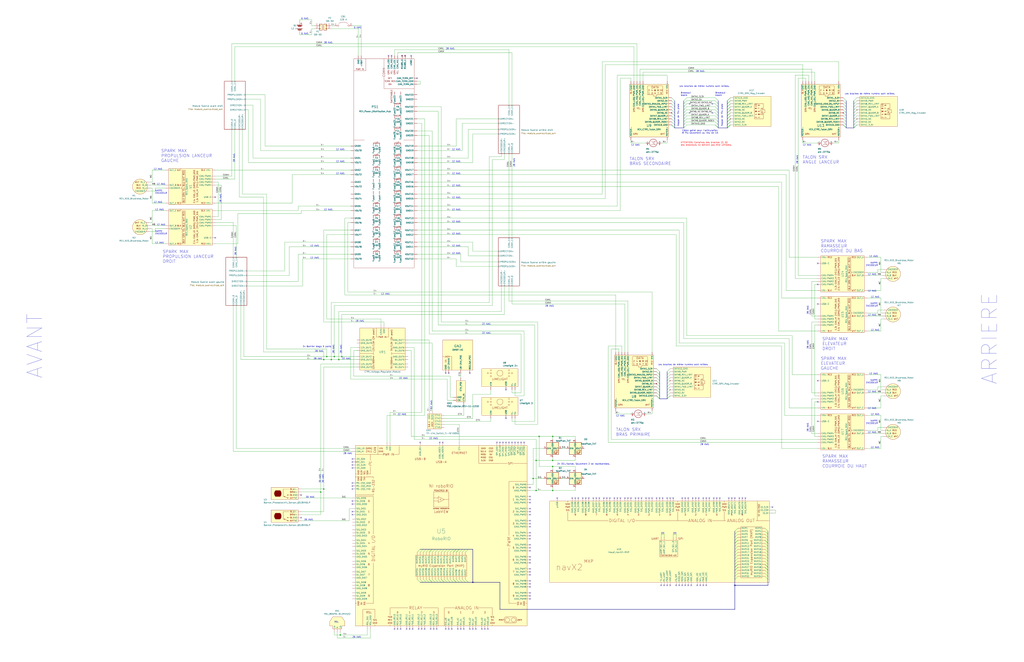
<source format=kicad_sch>
(kicad_sch (version 20230121) (generator eeschema)
  (paper "D")
  (title_block (title "Schéma de câblage Disc-O 2024") (date "2024-02-04") (rev "1.1") (company "ASTRO 7605 (2024)"))
  (junction (at 279.4 303.53))
  (junction (at 285.75 303.53))
  (junction (at 449.58 403.86))
  (junction (at 287.02 535.94))
  (junction (at 275.59 300.99))
  (junction (at 466.09 393.7))
  (junction (at 466.09 368.3))
  (junction (at 281.94 300.99))
  (junction (at 288.29 300.99))
  (junction (at 466.09 414.02))
  (junction (at 452.12 414.02))
  (junction (at 619.76 494.03))
  (junction (at 273.05 412.75))
  (junction (at 270.51 415.29))
  (junction (at 454.66 368.3))
  (junction (at 273.05 303.53))
  (junction (at 452.12 388.62))
  (junction (at 398.78 491.49))
  (junction (at 466.09 388.62))
  (no_connect (at 406.4 530.86))
  (no_connect (at 623.57 420.37))
  (no_connect (at 511.81 420.37))
  (no_connect (at 580.39 494.03))
  (no_connect (at 181.61 200.66))
  (no_connect (at 355.6 530.86))
  (no_connect (at 527.05 420.37))
  (no_connect (at 447.04 472.44))
  (no_connect (at 339.09 46.99))
  (no_connect (at 342.9 530.86))
  (no_connect (at 398.78 530.86))
  (no_connect (at 335.28 530.86))
  (no_connect (at 351.79 66.04))
  (no_connect (at 297.18 389.89))
  (no_connect (at 297.18 392.43))
  (no_connect (at 297.18 394.97))
  (no_connect (at 297.18 407.67))
  (no_connect (at 297.18 410.21))
  (no_connect (at 297.18 412.75))
  (no_connect (at 297.18 387.35))
  (no_connect (at 431.8 373.38))
  (no_connect (at 485.14 420.37))
  (no_connect (at 565.15 494.03))
  (no_connect (at 575.31 494.03))
  (no_connect (at 439.42 373.38))
  (no_connect (at 651.51 427.99))
  (no_connect (at 353.06 530.86))
  (no_connect (at 447.04 474.98))
  (no_connect (at 689.61 321.31))
  (no_connect (at 505.46 420.37))
  (no_connect (at 365.76 530.86))
  (no_connect (at 509.27 420.37))
  (no_connect (at 447.04 439.42))
  (no_connect (at 381 530.86))
  (no_connect (at 547.37 420.37))
  (no_connect (at 514.35 420.37))
  (no_connect (at 482.6 420.37))
  (no_connect (at 447.04 485.14))
  (no_connect (at 617.22 420.37))
  (no_connect (at 386.08 530.86))
  (no_connect (at 391.16 530.86))
  (no_connect (at 541.02 420.37))
  (no_connect (at 330.2 46.99))
  (no_connect (at 447.04 449.58))
  (no_connect (at 375.92 530.86))
  (no_connect (at 447.04 444.5))
  (no_connect (at 368.3 530.86))
  (no_connect (at 447.04 495.3))
  (no_connect (at 447.04 469.9))
  (no_connect (at 378.46 314.96))
  (no_connect (at 254 436.88))
  (no_connect (at 297.18 425.45))
  (no_connect (at 570.23 494.03))
  (no_connect (at 588.01 494.03))
  (no_connect (at 562.61 420.37))
  (no_connect (at 560.07 494.03))
  (no_connect (at 363.22 530.86))
  (no_connect (at 447.04 502.92))
  (no_connect (at 575.31 420.37))
  (no_connect (at 558.8 420.37))
  (no_connect (at 447.04 424.18))
  (no_connect (at 388.62 530.86))
  (no_connect (at 598.17 420.37))
  (no_connect (at 447.04 480.06))
  (no_connect (at 584.2 420.37))
  (no_connect (at 502.92 420.37))
  (no_connect (at 491.49 420.37))
  (no_connect (at 581.66 95.25))
  (no_connect (at 567.69 420.37))
  (no_connect (at 254 417.83))
  (no_connect (at 447.04 431.8))
  (no_connect (at 396.24 314.96))
  (no_connect (at 572.77 494.03))
  (no_connect (at 441.96 373.38))
  (no_connect (at 429.26 373.38))
  (no_connect (at 689.61 339.09))
  (no_connect (at 373.38 373.38))
  (no_connect (at 529.59 420.37))
  (no_connect (at 582.93 494.03))
  (no_connect (at 297.18 434.34))
  (no_connect (at 426.72 373.38))
  (no_connect (at 532.13 420.37))
  (no_connect (at 345.44 530.86))
  (no_connect (at 593.09 420.37))
  (no_connect (at 375.92 314.96))
  (no_connect (at 589.28 420.37))
  (no_connect (at 557.53 494.03))
  (no_connect (at 689.61 222.25))
  (no_connect (at 518.16 420.37))
  (no_connect (at 297.18 422.91))
  (no_connect (at 500.38 420.37))
  (no_connect (at 436.88 373.38))
  (no_connect (at 626.11 420.37))
  (no_connect (at 396.24 530.86))
  (no_connect (at 426.72 353.06))
  (no_connect (at 378.46 530.86))
  (no_connect (at 581.66 87.63))
  (no_connect (at 327.66 46.99))
  (no_connect (at 447.04 421.64))
  (no_connect (at 535.94 420.37))
  (no_connect (at 337.82 530.86))
  (no_connect (at 447.04 482.6))
  (no_connect (at 619.76 420.37))
  (no_connect (at 447.04 464.82))
  (no_connect (at 553.72 420.37))
  (no_connect (at 628.65 420.37))
  (no_connect (at 447.04 434.34))
  (no_connect (at 562.61 494.03))
  (no_connect (at 469.9 420.37))
  (no_connect (at 434.34 373.38))
  (no_connect (at 447.04 419.1))
  (no_connect (at 346.71 46.99))
  (no_connect (at 421.64 373.38))
  (no_connect (at 447.04 411.48))
  (no_connect (at 424.18 373.38))
  (no_connect (at 586.74 420.37))
  (no_connect (at 447.04 462.28))
  (no_connect (at 549.91 420.37))
  (no_connect (at 689.61 240.03))
  (no_connect (at 614.68 420.37))
  (no_connect (at 447.04 452.12))
  (no_connect (at 370.84 373.38))
  (no_connect (at 447.04 490.22))
  (no_connect (at 520.7 420.37))
  (no_connect (at 590.55 494.03))
  (no_connect (at 347.98 530.86))
  (no_connect (at 447.04 459.74))
  (no_connect (at 689.61 355.6))
  (no_connect (at 447.04 454.66))
  (no_connect (at 600.71 87.63))
  (no_connect (at 593.09 494.03))
  (no_connect (at 411.48 530.86))
  (no_connect (at 556.26 420.37))
  (no_connect (at 358.14 530.86))
  (no_connect (at 354.33 373.38))
  (no_connect (at 297.18 431.8))
  (no_connect (at 487.68 420.37))
  (no_connect (at 580.39 420.37))
  (no_connect (at 689.61 256.54))
  (no_connect (at 447.04 505.46))
  (no_connect (at 496.57 420.37))
  (no_connect (at 332.74 530.86))
  (no_connect (at 523.24 420.37))
  (no_connect (at 181.61 166.37))
  (no_connect (at 565.15 420.37))
  (no_connect (at 447.04 429.26))
  (no_connect (at 447.04 492.76))
  (no_connect (at 447.04 441.96))
  (no_connect (at 577.85 420.37))
  (no_connect (at 494.03 420.37))
  (no_connect (at 401.32 530.86))
  (no_connect (at 544.83 420.37))
  (no_connect (at 538.48 420.37))
  (no_connect (at 600.71 95.25))
  (no_connect (at 595.63 420.37))
  (no_connect (at 604.52 420.37))
  (no_connect (at 341.63 46.99))
  (no_connect (at 426.72 328.93))
  (no_connect (at 595.63 494.03))
  (no_connect (at 419.1 373.38))
  (no_connect (at 447.04 500.38))
  (no_connect (at 601.98 420.37))
  (no_connect (at 577.85 494.03))
  (no_connect (at 408.94 530.86))
  (no_connect (at 607.06 420.37))
  (bus_entry (at 722.63 95.25) (size -2.54 2.54))
  (bus_entry (at 566.42 105.41) (size 2.54 2.54))
  (bus_entry (at 645.16 461.01) (size 2.54 2.54))
  (bus_entry (at 622.3 461.01) (size -2.54 2.54))
  (bus_entry (at 359.41 488.95) (size 2.54 2.54))
  (bus_entry (at 603.25 95.25) (size 2.54 2.54))
  (bus_entry (at 615.95 105.41) (size -2.54 2.54))
  (bus_entry (at 576.58 100.33) (size 2.54 -2.54))
  (bus_entry (at 369.57 466.09) (size 2.54 -2.54))
  (bus_entry (at 566.42 97.79) (size 2.54 2.54))
  (bus_entry (at 615.95 85.09) (size -2.54 2.54))
  (bus_entry (at 645.16 458.47) (size 2.54 2.54))
  (bus_entry (at 613.41 95.25) (size 2.54 -2.54))
  (bus_entry (at 566.42 92.71) (size 2.54 2.54))
  (bus_entry (at 622.3 466.09) (size -2.54 2.54))
  (bus_entry (at 379.73 488.95) (size 2.54 2.54))
  (bus_entry (at 622.3 448.31) (size -2.54 2.54))
  (bus_entry (at 645.16 478.79) (size 2.54 2.54))
  (bus_entry (at 374.65 488.95) (size 2.54 2.54))
  (bus_entry (at 566.42 102.87) (size 2.54 2.54))
  (bus_entry (at 392.43 488.95) (size 2.54 2.54))
  (bus_entry (at 711.2 85.09) (size 2.54 2.54))
  (bus_entry (at 613.41 107.95) (size 2.54 -2.54))
  (bus_entry (at 565.15 334.01) (size -2.54 2.54))
  (bus_entry (at 354.33 466.09) (size 2.54 -2.54))
  (bus_entry (at 576.58 95.25) (size 2.54 -2.54))
  (bus_entry (at 576.58 107.95) (size 2.54 -2.54))
  (bus_entry (at 387.35 488.95) (size 2.54 2.54))
  (bus_entry (at 382.27 488.95) (size 2.54 2.54))
  (bus_entry (at 622.3 483.87) (size -2.54 2.54))
  (bus_entry (at 566.42 105.41) (size 2.54 2.54))
  (bus_entry (at 722.63 85.09) (size -2.54 2.54))
  (bus_entry (at 603.25 92.71) (size 2.54 2.54))
  (bus_entry (at 384.81 466.09) (size 2.54 -2.54))
  (bus_entry (at 622.3 450.85) (size -2.54 2.54))
  (bus_entry (at 553.72 334.01) (size 2.54 2.54))
  (bus_entry (at 364.49 466.09) (size 2.54 -2.54))
  (bus_entry (at 615.95 95.25) (size -2.54 2.54))
  (bus_entry (at 377.19 466.09) (size 2.54 -2.54))
  (bus_entry (at 351.79 466.09) (size 2.54 -2.54))
  (bus_entry (at 553.72 326.39) (size 2.54 2.54))
  (bus_entry (at 361.95 466.09) (size 2.54 -2.54))
  (bus_entry (at 565.15 334.01) (size -2.54 2.54))
  (bus_entry (at 356.87 466.09) (size 2.54 -2.54))
  (bus_entry (at 367.03 488.95) (size 2.54 2.54))
  (bus_entry (at 622.3 455.93) (size -2.54 2.54))
  (bus_entry (at 565.15 318.77) (size -2.54 2.54))
  (bus_entry (at 722.63 87.63) (size -2.54 2.54))
  (bus_entry (at 645.16 448.31) (size 2.54 2.54))
  (bus_entry (at 565.15 311.15) (size -2.54 2.54))
  (bus_entry (at 565.15 316.23) (size -2.54 2.54))
  (bus_entry (at 553.72 334.01) (size 2.54 2.54))
  (bus_entry (at 553.72 321.31) (size 2.54 2.54))
  (bus_entry (at 622.3 455.93) (size -2.54 2.54))
  (bus_entry (at 553.72 331.47) (size 2.54 2.54))
  (bus_entry (at 603.25 90.17) (size 2.54 2.54))
  (bus_entry (at 645.16 481.33) (size 2.54 2.54))
  (bus_entry (at 566.42 87.63) (size 2.54 2.54))
  (bus_entry (at 711.2 92.71) (size 2.54 2.54))
  (bus_entry (at 576.58 105.41) (size 2.54 -2.54))
  (bus_entry (at 361.95 466.09) (size 2.54 -2.54))
  (bus_entry (at 565.15 331.47) (size -2.54 2.54))
  (bus_entry (at 372.11 488.95) (size 2.54 2.54))
  (bus_entry (at 711.2 105.41) (size 2.54 2.54))
  (bus_entry (at 722.63 90.17) (size -2.54 2.54))
  (bus_entry (at 622.3 478.79) (size -2.54 2.54))
  (bus_entry (at 389.89 488.95) (size 2.54 2.54))
  (bus_entry (at 565.15 321.31) (size -2.54 2.54))
  (bus_entry (at 722.63 82.55) (size -2.54 2.54))
  (bus_entry (at 576.58 97.79) (size 2.54 -2.54))
  (bus_entry (at 613.41 100.33) (size 2.54 -2.54))
  (bus_entry (at 645.16 445.77) (size 2.54 2.54))
  (bus_entry (at 622.3 473.71) (size -2.54 2.54))
  (bus_entry (at 566.42 100.33) (size 2.54 2.54))
  (bus_entry (at 615.95 87.63) (size -2.54 2.54))
  (bus_entry (at 622.3 476.25) (size -2.54 2.54))
  (bus_entry (at 645.16 455.93) (size 2.54 2.54))
  (bus_entry (at 565.15 326.39) (size -2.54 2.54))
  (bus_entry (at 603.25 105.41) (size 2.54 2.54))
  (bus_entry (at 722.63 105.41) (size -2.54 2.54))
  (bus_entry (at 372.11 466.09) (size 2.54 -2.54))
  (bus_entry (at 553.72 328.93) (size 2.54 2.54))
  (bus_entry (at 384.81 488.95) (size 2.54 2.54))
  (bus_entry (at 369.57 488.95) (size 2.54 2.54))
  (bus_entry (at 566.42 82.55) (size 2.54 2.54))
  (bus_entry (at 622.3 478.79) (size -2.54 2.54))
  (bus_entry (at 576.58 85.09) (size 2.54 -2.54))
  (bus_entry (at 351.79 488.95) (size 2.54 2.54))
  (bus_entry (at 645.16 468.63) (size 2.54 2.54))
  (bus_entry (at 389.89 466.09) (size 2.54 -2.54))
  (bus_entry (at 603.25 82.55) (size 2.54 2.54))
  (bus_entry (at 566.42 85.09) (size 2.54 2.54))
  (bus_entry (at 645.16 486.41) (size 2.54 2.54))
  (bus_entry (at 603.25 87.63) (size 2.54 2.54))
  (bus_entry (at 615.95 100.33) (size -2.54 2.54))
  (bus_entry (at 645.16 473.71) (size 2.54 2.54))
  (bus_entry (at 711.2 90.17) (size 2.54 2.54))
  (bus_entry (at 553.72 311.15) (size 2.54 2.54))
  (bus_entry (at 613.41 105.41) (size 2.54 -2.54))
  (bus_entry (at 354.33 488.95) (size 2.54 2.54))
  (bus_entry (at 367.03 466.09) (size 2.54 -2.54))
  (bus_entry (at 722.63 102.87) (size -2.54 2.54))
  (bus_entry (at 615.95 82.55) (size -2.54 2.54))
  (bus_entry (at 645.16 476.25) (size 2.54 2.54))
  (bus_entry (at 722.63 100.33) (size -2.54 2.54))
  (bus_entry (at 711.2 100.33) (size 2.54 2.54))
  (bus_entry (at 722.63 105.41) (size -2.54 2.54))
  (bus_entry (at 359.41 466.09) (size 2.54 -2.54))
  (bus_entry (at 603.25 97.79) (size 2.54 2.54))
  (bus_entry (at 645.16 455.93) (size 2.54 2.54))
  (bus_entry (at 615.95 92.71) (size -2.54 2.54))
  (bus_entry (at 711.2 95.25) (size 2.54 2.54))
  (bus_entry (at 356.87 488.95) (size 2.54 2.54))
  (bus_entry (at 645.16 466.09) (size 2.54 2.54))
  (bus_entry (at 613.41 92.71) (size 2.54 -2.54))
  (bus_entry (at 622.3 486.41) (size -2.54 2.54))
  (bus_entry (at 377.19 488.95) (size 2.54 2.54))
  (bus_entry (at 645.16 483.87) (size 2.54 2.54))
  (bus_entry (at 603.25 105.41) (size 2.54 2.54))
  (bus_entry (at 374.65 466.09) (size 2.54 -2.54))
  (bus_entry (at 622.3 453.39) (size -2.54 2.54))
  (bus_entry (at 722.63 97.79) (size -2.54 2.54))
  (bus_entry (at 379.73 466.09) (size 2.54 -2.54))
  (bus_entry (at 645.16 471.17) (size 2.54 2.54))
  (bus_entry (at 622.3 445.77) (size -2.54 2.54))
  (bus_entry (at 576.58 90.17) (size 2.54 -2.54))
  (bus_entry (at 382.27 488.95) (size 2.54 2.54))
  (bus_entry (at 711.2 97.79) (size 2.54 2.54))
  (bus_entry (at 613.41 97.79) (size 2.54 -2.54))
  (bus_entry (at 603.25 85.09) (size 2.54 2.54))
  (bus_entry (at 622.3 476.25) (size -2.54 2.54))
  (bus_entry (at 553.72 318.77) (size 2.54 2.54))
  (bus_entry (at 615.95 105.41) (size -2.54 2.54))
  (bus_entry (at 392.43 466.09) (size 2.54 -2.54))
  (bus_entry (at 553.72 316.23) (size 2.54 2.54))
  (bus_entry (at 711.2 102.87) (size 2.54 2.54))
  (bus_entry (at 622.3 458.47) (size -2.54 2.54))
  (bus_entry (at 722.63 92.71) (size -2.54 2.54))
  (bus_entry (at 645.16 453.39) (size 2.54 2.54))
  (bus_entry (at 384.81 466.09) (size 2.54 -2.54))
  (bus_entry (at 613.41 102.87) (size 2.54 -2.54))
  (bus_entry (at 622.3 463.55) (size -2.54 2.54))
  (bus_entry (at 645.16 450.85) (size 2.54 2.54))
  (bus_entry (at 711.2 105.41) (size 2.54 2.54))
  (bus_entry (at 645.16 476.25) (size 2.54 2.54))
  (bus_entry (at 622.3 468.63) (size -2.54 2.54))
  (bus_entry (at 622.3 471.17) (size -2.54 2.54))
  (bus_entry (at 565.15 328.93) (size -2.54 2.54))
  (bus_entry (at 576.58 87.63) (size 2.54 -2.54))
  (bus_entry (at 566.42 95.25) (size 2.54 2.54))
  (bus_entry (at 603.25 102.87) (size 2.54 2.54))
  (bus_entry (at 364.49 488.95) (size 2.54 2.54))
  (bus_entry (at 645.16 478.79) (size 2.54 2.54))
  (bus_entry (at 372.11 488.95) (size 2.54 2.54))
  (bus_entry (at 576.58 92.71) (size 2.54 -2.54))
  (bus_entry (at 615.95 97.79) (size -2.54 2.54))
  (bus_entry (at 711.2 82.55) (size 2.54 2.54))
  (bus_entry (at 553.72 323.85) (size 2.54 2.54))
  (bus_entry (at 382.27 466.09) (size 2.54 -2.54))
  (bus_entry (at 615.95 90.17) (size -2.54 2.54))
  (bus_entry (at 361.95 488.95) (size 2.54 2.54))
  (bus_entry (at 603.25 100.33) (size 2.54 2.54))
  (bus_entry (at 553.72 313.69) (size 2.54 2.54))
  (bus_entry (at 615.95 102.87) (size -2.54 2.54))
  (bus_entry (at 645.16 463.55) (size 2.54 2.54))
  (bus_entry (at 613.41 85.09) (size 2.54 -2.54))
  (bus_entry (at 565.15 313.69) (size -2.54 2.54))
  (bus_entry (at 576.58 102.87) (size 2.54 -2.54))
  (bus_entry (at 382.27 466.09) (size 2.54 -2.54))
  (bus_entry (at 387.35 466.09) (size 2.54 -2.54))
  (bus_entry (at 613.41 87.63) (size 2.54 -2.54))
  (bus_entry (at 565.15 323.85) (size -2.54 2.54))
  (bus_entry (at 566.42 90.17) (size 2.54 2.54))
  (bus_entry (at 711.2 87.63) (size 2.54 2.54))
  (bus_entry (at 622.3 481.33) (size -2.54 2.54))
  (bus_entry (at 361.95 488.95) (size 2.54 2.54))
  (bus_entry (at 613.41 90.17) (size 2.54 -2.54))
  (wire (pts (xy 560.07 450.85) (xy 560.07 453.39)))
  (wire (pts (xy 203.2 303.53) (xy 273.05 303.53)))
  (wire (pts (xy 687.07 60.96) (xy 687.07 68.58)))
  (wire (pts (xy 213.36 88.9) (xy 213.36 133.35)))
  (wire (pts (xy 742.95 229.87) (xy 744.22 229.87)))
  (bus (pts (xy 576.58 102.87) (xy 576.58 105.41)))
  (wire (pts (xy 251.46 177.8) (xy 251.46 173.99)))
  (bus (pts (xy 374.65 463.55) (xy 377.19 463.55)))
  (wire (pts (xy 689.61 279.4) (xy 656.59 279.4)))
  (wire (pts (xy 449.58 403.86) (xy 458.47 403.86)))
  (wire (pts (xy 346.71 295.91) (xy 346.71 368.3)))
  (bus (pts (xy 576.58 87.63) (xy 576.58 90.17)))
  (bus (pts (xy 556.26 336.55) (xy 562.61 336.55)))
  (wire (pts (xy 125.73 187.96) (xy 128.27 187.96)))
  (bus (pts (xy 720.09 92.71) (xy 720.09 95.25)))
  (bus (pts (xy 354.33 463.55) (xy 356.87 463.55)))
  (wire (pts (xy 740.41 326.39) (xy 745.49 326.39)))
  (wire (pts (xy 270.51 434.34) (xy 254 434.34)))
  (wire (pts (xy 273.05 431.8) (xy 273.05 412.75)))
  (wire (pts (xy 447.04 414.02) (xy 452.12 414.02)))
  (wire (pts (xy 351.79 123.19) (xy 384.81 123.19)))
  (wire (pts (xy 298.45 295.91) (xy 300.99 295.91)))
  (bus (pts (xy 647.7 476.25) (xy 647.7 478.79)))
  (wire (pts (xy 181.61 153.67) (xy 184.15 153.67)))
  (wire (pts (xy 539.75 58.42) (xy 684.53 58.42)))
  (wire (pts (xy 255.27 218.44) (xy 255.27 241.3)))
  (wire (pts (xy 128.27 158.75) (xy 127 158.75)))
  (wire (pts (xy 513.08 292.1) (xy 513.08 373.38)))
  (wire (pts (xy 201.93 109.22) (xy 201.93 166.37)))
  (bus (pts (xy 421.64 514.35) (xy 619.76 514.35)))
  (wire (pts (xy 374.65 358.14) (xy 387.35 358.14)))
  (wire (pts (xy 668.02 316.23) (xy 689.61 316.23)))
  (wire (pts (xy 579.12 85.09) (xy 603.25 85.09)))
  (wire (pts (xy 374.65 353.06) (xy 398.78 353.06)))
  (wire (pts (xy 361.95 287.02) (xy 361.95 346.71)))
  (wire (pts (xy 181.61 143.51) (xy 295.91 143.51)))
  (wire (pts (xy 209.55 92.71) (xy 209.55 137.16)))
  (wire (pts (xy 485.14 388.62) (xy 466.09 388.62)))
  (wire (pts (xy 398.78 332.74) (xy 414.02 332.74)))
  (wire (pts (xy 689.61 274.32) (xy 687.07 274.32)))
  (wire (pts (xy 654.05 430.53) (xy 654.05 433.07)))
  (wire (pts (xy 684.53 237.49) (xy 689.61 237.49)))
  (bus (pts (xy 647.7 453.39) (xy 647.7 455.93)))
  (wire (pts (xy 128.27 171.45) (xy 128.27 158.75)))
  (wire (pts (xy 379.73 317.5) (xy 379.73 335.28)))
  (wire (pts (xy 346.71 368.3) (xy 454.66 368.3)))
  (wire (pts (xy 388.62 314.96) (xy 388.62 318.77)))
  (wire (pts (xy 361.95 287.02) (xy 344.17 287.02)))
  (wire (pts (xy 742.95 245.11) (xy 731.52 245.11)))
  (wire (pts (xy 382.27 337.82) (xy 377.19 337.82)))
  (wire (pts (xy 279.4 303.53) (xy 285.75 303.53)))
  (wire (pts (xy 659.13 292.1) (xy 570.23 292.1)))
  (wire (pts (xy 740.41 360.68) (xy 740.41 363.22)))
  (wire (pts (xy 251.46 214.63) (xy 295.91 214.63)))
  (wire (pts (xy 351.79 143.51) (xy 665.48 143.51)))
  (wire (pts (xy 579.12 97.79) (xy 603.25 97.79)))
  (wire (pts (xy 742.95 279.4) (xy 731.52 279.4)))
  (wire (pts (xy 449.58 403.86) (xy 449.58 378.46)))
  (wire (pts (xy 731.52 251.46) (xy 742.95 251.46)))
  (wire (pts (xy 287.02 535.94) (xy 309.88 535.94)))
  (wire (pts (xy 740.41 326.39) (xy 740.41 328.93)))
  (wire (pts (xy 557.53 120.65) (xy 562.61 120.65)))
  (bus (pts (xy 720.09 85.09) (xy 720.09 87.63)))
  (wire (pts (xy 139.7 156.21) (xy 127 156.21)))
  (wire (pts (xy 515.62 370.84) (xy 515.62 294.64)))
  (bus (pts (xy 389.89 491.49) (xy 392.43 491.49)))
  (wire (pts (xy 262.89 29.21) (xy 262.89 24.13)))
  (wire (pts (xy 344.17 289.56) (xy 364.49 289.56)))
  (bus (pts (xy 377.19 463.55) (xy 379.73 463.55)))
  (wire (pts (xy 128.27 193.04) (xy 127 193.04)))
  (wire (pts (xy 351.79 104.14) (xy 355.6 104.14)))
  (wire (pts (xy 130.81 195.58) (xy 125.73 195.58)))
  (bus (pts (xy 562.61 326.39) (xy 562.61 328.93)))
  (wire (pts (xy 412.75 132.08) (xy 422.91 132.08)))
  (wire (pts (xy 534.67 39.37) (xy 534.67 68.58)))
  (wire (pts (xy 270.51 415.29) (xy 270.51 434.34)))
  (wire (pts (xy 676.91 118.11) (xy 676.91 120.65)))
  (wire (pts (xy 659.13 378.46) (xy 659.13 292.1)))
  (bus (pts (xy 713.74 105.41) (xy 713.74 107.95)))
  (wire (pts (xy 203.2 257.81) (xy 203.2 303.53)))
  (wire (pts (xy 369.57 93.98) (xy 369.57 274.32)))
  (bus (pts (xy 619.76 453.39) (xy 619.76 455.93)))
  (bus (pts (xy 356.87 491.49) (xy 359.41 491.49)))
  (wire (pts (xy 520.7 63.5) (xy 562.61 63.5)))
  (wire (pts (xy 689.61 266.7) (xy 684.53 266.7)))
  (bus (pts (xy 364.49 491.49) (xy 367.03 491.49)))
  (wire (pts (xy 579.12 82.55) (xy 603.25 82.55)))
  (wire (pts (xy 207.01 80.01) (xy 223.52 80.01)))
  (wire (pts (xy 508 52.07) (xy 707.39 52.07)))
  (wire (pts (xy 676.91 68.58) (xy 676.91 54.61)))
  (wire (pts (xy 198.12 39.37) (xy 534.67 39.37)))
  (wire (pts (xy 351.79 184.15) (xy 579.12 184.15)))
  (wire (pts (xy 742.95 368.3) (xy 742.95 378.46)))
  (bus (pts (xy 372.11 463.55) (xy 374.65 463.55)))
  (wire (pts (xy 524.51 292.1) (xy 513.08 292.1)))
  (wire (pts (xy 223.52 123.19) (xy 295.91 123.19)))
  (wire (pts (xy 207.01 83.82) (xy 219.71 83.82)))
  (wire (pts (xy 290.83 248.92) (xy 290.83 184.15)))
  (wire (pts (xy 374.65 350.52) (xy 391.16 350.52)))
  (wire (pts (xy 429.26 254) (xy 529.59 254)))
  (wire (pts (xy 520.7 173.99) (xy 520.7 63.5)))
  (bus (pts (xy 647.7 488.95) (xy 647.7 494.03)))
  (bus (pts (xy 576.58 92.71) (xy 576.58 95.25)))
  (wire (pts (xy 288.29 300.99) (xy 288.29 265.43)))
  (wire (pts (xy 453.39 358.14) (xy 453.39 271.78)))
  (wire (pts (xy 485.14 368.3) (xy 485.14 370.84)))
  (wire (pts (xy 351.79 137.16) (xy 398.78 137.16)))
  (wire (pts (xy 742.95 378.46) (xy 731.52 378.46)))
  (wire (pts (xy 687.07 334.01) (xy 689.61 334.01)))
  (wire (pts (xy 205.74 300.99) (xy 275.59 300.99)))
  (bus (pts (xy 720.09 100.33) (xy 720.09 102.87)))
  (wire (pts (xy 731.52 264.16) (xy 740.41 264.16)))
  (wire (pts (xy 576.58 285.75) (xy 576.58 187.96)))
  (bus (pts (xy 384.81 463.55) (xy 387.35 463.55)))
  (wire (pts (xy 354.33 68.58) (xy 354.33 71.12)))
  (wire (pts (xy 304.8 21.59) (xy 304.8 46.99)))
  (wire (pts (xy 473.71 403.86) (xy 477.52 403.86)))
  (wire (pts (xy 414.02 353.06) (xy 414.02 355.6)))
  (wire (pts (xy 287.02 533.4) (xy 287.02 535.94)))
  (bus (pts (xy 713.74 102.87) (xy 713.74 105.41)))
  (bus (pts (xy 605.79 87.63) (xy 605.79 90.17)))
  (wire (pts (xy 130.81 161.29) (xy 125.73 161.29)))
  (wire (pts (xy 128.27 153.67) (xy 128.27 143.51)))
  (wire (pts (xy 195.58 109.22) (xy 195.58 148.59)))
  (wire (pts (xy 742.95 269.24) (xy 742.95 279.4)))
  (wire (pts (xy 332.74 41.91) (xy 429.26 41.91)))
  (bus (pts (xy 374.65 491.49) (xy 377.19 491.49)))
  (wire (pts (xy 684.53 58.42) (xy 684.53 68.58)))
  (wire (pts (xy 279.4 24.13) (xy 302.26 24.13)))
  (wire (pts (xy 204.47 163.83) (xy 204.47 109.22)))
  (wire (pts (xy 742.95 251.46) (xy 742.95 264.16)))
  (wire (pts (xy 394.97 215.9) (xy 394.97 208.28)))
  (wire (pts (xy 275.59 294.64) (xy 224.79 294.64)))
  (wire (pts (xy 731.52 316.23) (xy 742.95 316.23)))
  (wire (pts (xy 351.79 127) (xy 389.89 127)))
  (bus (pts (xy 720.09 97.79) (xy 720.09 100.33)))
  (wire (pts (xy 570.23 450.85) (xy 570.23 453.39)))
  (bus (pts (xy 647.7 483.87) (xy 647.7 486.41)))
  (wire (pts (xy 662.94 245.11) (xy 689.61 245.11)))
  (bus (pts (xy 720.09 87.63) (xy 720.09 90.17)))
  (wire (pts (xy 532.13 68.58) (xy 532.13 66.04)))
  (wire (pts (xy 358.14 350.52) (xy 326.39 350.52)))
  (wire (pts (xy 295.91 320.04) (xy 295.91 293.37)))
  (wire (pts (xy 731.52 365.76) (xy 744.22 365.76)))
  (wire (pts (xy 434.34 358.14) (xy 453.39 358.14)))
  (wire (pts (xy 288.29 300.99) (xy 300.99 300.99)))
  (wire (pts (xy 689.61 378.46) (xy 659.13 378.46)))
  (wire (pts (xy 579.12 95.25) (xy 581.66 95.25)))
  (bus (pts (xy 392.43 463.55) (xy 394.97 463.55)))
  (bus (pts (xy 619.76 468.63) (xy 619.76 471.17)))
  (bus (pts (xy 562.61 331.47) (xy 562.61 334.01)))
  (wire (pts (xy 281.94 300.99) (xy 281.94 257.81)))
  (wire (pts (xy 328.93 347.98) (xy 328.93 373.38)))
  (bus (pts (xy 421.64 491.49) (xy 421.64 514.35)))
  (bus (pts (xy 613.41 100.33) (xy 613.41 102.87)))
  (wire (pts (xy 537.21 36.83) (xy 537.21 68.58)))
  (wire (pts (xy 379.73 335.28) (xy 382.27 335.28)))
  (wire (pts (xy 398.78 204.47) (xy 398.78 212.09)))
  (wire (pts (xy 523.24 66.04) (xy 523.24 177.8)))
  (wire (pts (xy 364.49 279.4) (xy 364.49 110.49)))
  (bus (pts (xy 713.74 107.95) (xy 720.09 107.95)))
  (wire (pts (xy 431.8 241.3) (xy 431.8 256.54)))
  (wire (pts (xy 441.96 279.4) (xy 364.49 279.4)))
  (wire (pts (xy 508 163.83) (xy 508 52.07)))
  (bus (pts (xy 568.96 105.41) (xy 568.96 107.95)))
  (wire (pts (xy 684.53 336.55) (xy 689.61 336.55)))
  (wire (pts (xy 208.28 232.41) (xy 243.84 232.41)))
  (wire (pts (xy 199.39 190.5) (xy 199.39 217.17)))
  (bus (pts (xy 576.58 105.41) (xy 576.58 107.95)))
  (wire (pts (xy 679.45 68.58) (xy 679.45 66.04)))
  (wire (pts (xy 387.35 358.14) (xy 387.35 373.38)))
  (bus (pts (xy 562.61 334.01) (xy 562.61 336.55)))
  (bus (pts (xy 619.76 455.93) (xy 619.76 458.47)))
  (wire (pts (xy 673.1 232.41) (xy 689.61 232.41)))
  (wire (pts (xy 510.54 54.61) (xy 510.54 167.64)))
  (wire (pts (xy 742.95 217.17) (xy 742.95 229.87)))
  (wire (pts (xy 731.52 363.22) (xy 740.41 363.22)))
  (wire (pts (xy 521.97 294.64) (xy 521.97 297.18)))
  (wire (pts (xy 579.12 184.15) (xy 579.12 283.21)))
  (wire (pts (xy 742.95 316.23) (xy 742.95 328.93)))
  (wire (pts (xy 196.85 381) (xy 297.18 381)))
  (bus (pts (xy 367.03 463.55) (xy 369.57 463.55)))
  (wire (pts (xy 567.69 453.39) (xy 567.69 450.85)))
  (wire (pts (xy 351.79 163.83) (xy 508 163.83)))
  (wire (pts (xy 466.09 393.7) (xy 485.14 393.7)))
  (wire (pts (xy 473.71 378.46) (xy 477.52 378.46)))
  (wire (pts (xy 294.64 439.42) (xy 294.64 429.26)))
  (wire (pts (xy 273.05 297.18) (xy 273.05 303.53)))
  (wire (pts (xy 707.39 52.07) (xy 707.39 68.58)))
  (wire (pts (xy 542.29 68.58) (xy 542.29 60.96)))
  (bus (pts (xy 556.26 321.31) (xy 556.26 323.85)))
  (wire (pts (xy 579.12 87.63) (xy 581.66 87.63)))
  (wire (pts (xy 422.91 132.08) (xy 422.91 129.54)))
  (bus (pts (xy 398.78 491.49) (xy 421.64 491.49)))
  (wire (pts (xy 689.61 368.3) (xy 687.07 368.3)))
  (bus (pts (xy 576.58 85.09) (xy 576.58 87.63)))
  (wire (pts (xy 651.51 433.07) (xy 654.05 433.07)))
  (wire (pts (xy 254 177.8) (xy 295.91 177.8)))
  (wire (pts (xy 572.77 289.56) (xy 661.67 289.56)))
  (wire (pts (xy 196.85 187.96) (xy 196.85 217.17)))
  (wire (pts (xy 687.07 334.01) (xy 687.07 274.32)))
  (wire (pts (xy 273.05 303.53) (xy 279.4 303.53)))
  (bus (pts (xy 556.26 326.39) (xy 556.26 328.93)))
  (wire (pts (xy 219.71 83.82) (xy 219.71 127)))
  (wire (pts (xy 651.51 430.53) (xy 654.05 430.53)))
  (bus (pts (xy 619.76 458.47) (xy 619.76 461.01)))
  (bus (pts (xy 359.41 491.49) (xy 361.95 491.49)))
  (bus (pts (xy 647.7 463.55) (xy 647.7 466.09)))
  (bus (pts (xy 613.41 92.71) (xy 613.41 95.25)))
  (wire (pts (xy 519.43 297.18) (xy 519.43 248.92)))
  (wire (pts (xy 287.02 535.94) (xy 281.94 535.94)))
  (wire (pts (xy 207.01 88.9) (xy 213.36 88.9)))
  (wire (pts (xy 309.88 530.86) (xy 309.88 535.94)))
  (bus (pts (xy 556.26 328.93) (xy 556.26 331.47)))
  (bus (pts (xy 613.41 95.25) (xy 613.41 97.79)))
  (bus (pts (xy 562.61 313.69) (xy 562.61 316.23)))
  (wire (pts (xy 139.7 158.75) (xy 130.81 158.75)))
  (bus (pts (xy 613.41 90.17) (xy 613.41 92.71)))
  (wire (pts (xy 485.14 411.48) (xy 485.14 414.02)))
  (wire (pts (xy 254 415.29) (xy 270.51 415.29)))
  (bus (pts (xy 647.7 473.71) (xy 647.7 476.25)))
  (wire (pts (xy 139.7 171.45) (xy 128.27 171.45)))
  (bus (pts (xy 556.26 334.01) (xy 556.26 336.55)))
  (wire (pts (xy 351.79 177.8) (xy 523.24 177.8)))
  (bus (pts (xy 576.58 90.17) (xy 576.58 92.71)))
  (wire (pts (xy 349.25 370.84) (xy 349.25 293.37)))
  (wire (pts (xy 731.52 331.47) (xy 744.22 331.47)))
  (wire (pts (xy 351.79 167.64) (xy 510.54 167.64)))
  (wire (pts (xy 323.85 271.78) (xy 273.05 271.78)))
  (bus (pts (xy 605.79 107.95) (xy 613.41 107.95)))
  (bus (pts (xy 382.27 463.55) (xy 384.81 463.55)))
  (bus (pts (xy 619.76 450.85) (xy 619.76 453.39)))
  (wire (pts (xy 579.12 90.17) (xy 603.25 90.17)))
  (wire (pts (xy 745.49 234.95) (xy 742.95 234.95)))
  (wire (pts (xy 294.64 429.26) (xy 297.18 429.26)))
  (wire (pts (xy 243.84 208.28) (xy 295.91 208.28)))
  (bus (pts (xy 613.41 87.63) (xy 613.41 90.17)))
  (wire (pts (xy 351.79 71.12) (xy 354.33 71.12)))
  (wire (pts (xy 527.05 256.54) (xy 527.05 297.18)))
  (wire (pts (xy 384.81 100.33) (xy 420.37 100.33)))
  (wire (pts (xy 199.39 190.5) (xy 181.61 190.5)))
  (bus (pts (xy 556.26 323.85) (xy 556.26 326.39)))
  (wire (pts (xy 186.69 185.42) (xy 181.61 185.42)))
  (wire (pts (xy 240.03 204.47) (xy 240.03 228.6)))
  (wire (pts (xy 270.51 307.34) (xy 300.99 307.34)))
  (wire (pts (xy 321.31 269.24) (xy 321.31 274.32)))
  (wire (pts (xy 740.41 261.62) (xy 740.41 264.16)))
  (wire (pts (xy 434.34 334.01) (xy 441.96 334.01)))
  (wire (pts (xy 740.41 261.62) (xy 745.49 261.62)))
  (wire (pts (xy 290.83 184.15) (xy 295.91 184.15)))
  (bus (pts (xy 713.74 100.33) (xy 713.74 102.87)))
  (wire (pts (xy 254 180.34) (xy 254 177.8)))
  (wire (pts (xy 515.62 370.84) (xy 689.61 370.84)))
  (bus (pts (xy 605.79 95.25) (xy 605.79 97.79)))
  (wire (pts (xy 181.61 156.21) (xy 186.69 156.21)))
  (wire (pts (xy 285.75 262.89) (xy 422.91 262.89)))
  (wire (pts (xy 745.49 368.3) (xy 742.95 368.3)))
  (wire (pts (xy 439.42 331.47) (xy 431.8 331.47)))
  (wire (pts (xy 659.13 251.46) (xy 689.61 251.46)))
  (wire (pts (xy 562.61 63.5) (xy 562.61 68.58)))
  (wire (pts (xy 222.25 297.18) (xy 273.05 297.18)))
  (bus (pts (xy 713.74 95.25) (xy 713.74 97.79)))
  (wire (pts (xy 389.89 127) (xy 389.89 104.14)))
  (bus (pts (xy 619.76 488.95) (xy 619.76 494.03)))
  (wire (pts (xy 295.91 187.96) (xy 293.37 187.96)))
  (bus (pts (xy 605.79 102.87) (xy 605.79 105.41)))
  (wire (pts (xy 661.67 350.52) (xy 689.61 350.52)))
  (wire (pts (xy 293.37 187.96) (xy 293.37 246.38)))
  (wire (pts (xy 219.71 127) (xy 295.91 127)))
  (wire (pts (xy 532.13 118.11) (xy 532.13 120.65)))
  (wire (pts (xy 139.7 190.5) (xy 127 190.5)))
  (bus (pts (xy 568.96 92.71) (xy 568.96 95.25)))
  (wire (pts (xy 742.95 234.95) (xy 742.95 245.11)))
  (wire (pts (xy 130.81 195.58) (xy 130.81 193.04)))
  (wire (pts (xy 539.75 68.58) (xy 539.75 58.42)))
  (bus (pts (xy 576.58 95.25) (xy 576.58 97.79)))
  (wire (pts (xy 358.14 100.33) (xy 351.79 100.33)))
  (wire (pts (xy 687.07 339.09) (xy 687.07 368.3)))
  (wire (pts (xy 379.73 317.5) (xy 298.45 317.5)))
  (wire (pts (xy 670.56 63.5) (xy 681.99 63.5)))
  (wire (pts (xy 562.61 118.11) (xy 562.61 120.65)))
  (bus (pts (xy 619.76 494.03) (xy 619.76 514.35)))
  (wire (pts (xy 208.28 237.49) (xy 251.46 237.49)))
  (wire (pts (xy 731.52 328.93) (xy 740.41 328.93)))
  (wire (pts (xy 351.79 194.31) (xy 572.77 194.31)))
  (bus (pts (xy 605.79 85.09) (xy 605.79 87.63)))
  (wire (pts (xy 414.02 355.6) (xy 374.65 355.6)))
  (wire (pts (xy 689.61 365.76) (xy 684.53 365.76)))
  (wire (pts (xy 223.52 80.01) (xy 223.52 123.19)))
  (wire (pts (xy 252.73 29.21) (xy 252.73 27.94)))
  (wire (pts (xy 414.02 332.74) (xy 414.02 328.93)))
  (bus (pts (xy 576.58 97.79) (xy 576.58 100.33)))
  (wire (pts (xy 246.38 147.32) (xy 295.91 147.32)))
  (wire (pts (xy 731.52 232.41) (xy 744.22 232.41)))
  (bus (pts (xy 647.7 458.47) (xy 647.7 461.01)))
  (bus (pts (xy 605.79 100.33) (xy 605.79 102.87)))
  (bus (pts (xy 568.96 87.63) (xy 568.96 90.17)))
  (wire (pts (xy 731.52 229.87) (xy 740.41 229.87)))
  (wire (pts (xy 262.89 16.51) (xy 262.89 21.59)))
  (wire (pts (xy 273.05 194.31) (xy 295.91 194.31)))
  (bus (pts (xy 605.79 105.41) (xy 605.79 107.95)))
  (wire (pts (xy 679.45 66.04) (xy 673.1 66.04)))
  (wire (pts (xy 549.91 246.38) (xy 549.91 297.18)))
  (wire (pts (xy 452.12 414.02) (xy 466.09 414.02)))
  (wire (pts (xy 273.05 309.88) (xy 273.05 412.75)))
  (wire (pts (xy 429.26 41.91) (xy 429.26 88.9)))
  (bus (pts (xy 568.96 100.33) (xy 568.96 102.87)))
  (bus (pts (xy 619.76 466.09) (xy 619.76 468.63)))
  (bus (pts (xy 568.96 90.17) (xy 568.96 92.71)))
  (wire (pts (xy 251.46 173.99) (xy 295.91 173.99)))
  (wire (pts (xy 351.79 187.96) (xy 576.58 187.96)))
  (wire (pts (xy 689.61 331.47) (xy 684.53 331.47)))
  (wire (pts (xy 420.37 215.9) (xy 394.97 215.9)))
  (wire (pts (xy 668.02 283.21) (xy 668.02 316.23)))
  (wire (pts (xy 196.85 187.96) (xy 181.61 187.96)))
  (wire (pts (xy 519.43 248.92) (xy 290.83 248.92)))
  (wire (pts (xy 422.91 241.3) (xy 422.91 262.89)))
  (wire (pts (xy 205.74 257.81) (xy 205.74 300.99)))
  (wire (pts (xy 213.36 133.35) (xy 295.91 133.35)))
  (bus (pts (xy 556.26 316.23) (xy 556.26 318.77)))
  (wire (pts (xy 466.09 368.3) (xy 485.14 368.3)))
  (wire (pts (xy 742.95 334.01) (xy 742.95 344.17)))
  (wire (pts (xy 273.05 309.88) (xy 300.99 309.88)))
  (wire (pts (xy 600.71 87.63) (xy 603.25 87.63)))
  (wire (pts (xy 447.04 408.94) (xy 449.58 408.94)))
  (bus (pts (xy 713.74 92.71) (xy 713.74 95.25)))
  (wire (pts (xy 689.61 344.17) (xy 665.48 344.17)))
  (wire (pts (xy 742.95 363.22) (xy 744.22 363.22)))
  (wire (pts (xy 181.61 182.88) (xy 184.15 182.88)))
  (wire (pts (xy 431.8 129.54) (xy 431.8 200.66)))
  (wire (pts (xy 125.73 153.67) (xy 128.27 153.67)))
  (wire (pts (xy 351.79 147.32) (xy 662.94 147.32)))
  (bus (pts (xy 392.43 491.49) (xy 394.97 491.49)))
  (wire (pts (xy 542.29 60.96) (xy 687.07 60.96)))
  (bus (pts (xy 647.7 478.79) (xy 647.7 481.33)))
  (wire (pts (xy 346.71 295.91) (xy 344.17 295.91)))
  (wire (pts (xy 200.66 180.34) (xy 200.66 205.74)))
  (wire (pts (xy 351.79 204.47) (xy 398.78 204.47)))
  (bus (pts (xy 354.33 491.49) (xy 356.87 491.49)))
  (bus (pts (xy 720.09 105.41) (xy 720.09 107.95)))
  (wire (pts (xy 450.85 274.32) (xy 450.85 355.6)))
  (wire (pts (xy 222.25 166.37) (xy 222.25 297.18)))
  (wire (pts (xy 364.49 110.49) (xy 351.79 110.49)))
  (wire (pts (xy 285.75 303.53) (xy 300.99 303.53)))
  (wire (pts (xy 513.08 373.38) (xy 689.61 373.38)))
  (wire (pts (xy 351.79 208.28) (xy 394.97 208.28)))
  (wire (pts (xy 351.79 214.63) (xy 388.62 214.63)))
  (wire (pts (xy 372.11 90.17) (xy 351.79 90.17)))
  (wire (pts (xy 281.94 300.99) (xy 288.29 300.99)))
  (wire (pts (xy 199.39 378.46) (xy 297.18 378.46)))
  (wire (pts (xy 398.78 113.03) (xy 420.37 113.03)))
  (wire (pts (xy 579.12 92.71) (xy 603.25 92.71)))
  (wire (pts (xy 262.89 24.13) (xy 265.43 24.13)))
  (wire (pts (xy 450.85 355.6) (xy 431.8 355.6)))
  (wire (pts (xy 384.81 224.79) (xy 420.37 224.79)))
  (wire (pts (xy 431.8 328.93) (xy 431.8 331.47)))
  (wire (pts (xy 388.62 214.63) (xy 388.62 220.98)))
  (wire (pts (xy 579.12 283.21) (xy 668.02 283.21)))
  (bus (pts (xy 356.87 463.55) (xy 359.41 463.55)))
  (wire (pts (xy 128.27 187.96) (xy 128.27 177.8)))
  (wire (pts (xy 332.74 46.99) (xy 332.74 41.91)))
  (wire (pts (xy 557.53 450.85) (xy 560.07 450.85)))
  (wire (pts (xy 351.79 114.3) (xy 361.95 114.3)))
  (bus (pts (xy 568.96 102.87) (xy 568.96 105.41)))
  (wire (pts (xy 199.39 378.46) (xy 199.39 257.81)))
  (bus (pts (xy 713.74 97.79) (xy 713.74 100.33)))
  (wire (pts (xy 139.7 193.04) (xy 130.81 193.04)))
  (wire (pts (xy 570.23 292.1) (xy 570.23 198.12)))
  (wire (pts (xy 201.93 166.37) (xy 222.25 166.37)))
  (wire (pts (xy 262.89 21.59) (xy 265.43 21.59)))
  (wire (pts (xy 279.4 255.27) (xy 412.75 255.27)))
  (bus (pts (xy 619.76 481.33) (xy 619.76 483.87)))
  (wire (pts (xy 731.52 266.7) (xy 744.22 266.7)))
  (wire (pts (xy 515.62 294.64) (xy 521.97 294.64)))
  (wire (pts (xy 398.78 137.16) (xy 398.78 113.03)))
  (bus (pts (xy 394.97 491.49) (xy 398.78 491.49)))
  (wire (pts (xy 298.45 317.5) (xy 298.45 295.91)))
  (wire (pts (xy 544.83 349.25) (xy 549.91 349.25)))
  (wire (pts (xy 328.93 347.98) (xy 355.6 347.98)))
  (bus (pts (xy 556.26 313.69) (xy 556.26 316.23)))
  (wire (pts (xy 391.16 350.52) (xy 391.16 341.63)))
  (wire (pts (xy 742.95 264.16) (xy 744.22 264.16)))
  (wire (pts (xy 532.13 120.65) (xy 544.83 120.65)))
  (wire (pts (xy 295.91 198.12) (xy 275.59 198.12)))
  (wire (pts (xy 195.58 36.83) (xy 537.21 36.83)))
  (wire (pts (xy 270.51 307.34) (xy 270.51 415.29)))
  (wire (pts (xy 240.03 204.47) (xy 295.91 204.47)))
  (wire (pts (xy 745.49 334.01) (xy 742.95 334.01)))
  (wire (pts (xy 281.94 21.59) (xy 279.4 21.59)))
  (bus (pts (xy 387.35 491.49) (xy 389.89 491.49)))
  (wire (pts (xy 572.77 194.31) (xy 572.77 289.56)))
  (wire (pts (xy 659.13 153.67) (xy 659.13 251.46)))
  (bus (pts (xy 369.57 491.49) (xy 372.11 491.49)))
  (wire (pts (xy 466.09 414.02) (xy 466.09 411.48)))
  (wire (pts (xy 351.79 68.58) (xy 354.33 68.58)))
  (wire (pts (xy 579.12 102.87) (xy 603.25 102.87)))
  (wire (pts (xy 246.38 147.32) (xy 246.38 171.45)))
  (wire (pts (xy 281.94 533.4) (xy 281.94 535.94)))
  (wire (pts (xy 454.66 393.7) (xy 466.09 393.7)))
  (wire (pts (xy 184.15 182.88) (xy 184.15 153.67)))
  (wire (pts (xy 388.62 220.98) (xy 420.37 220.98)))
  (wire (pts (xy 431.8 256.54) (xy 527.05 256.54)))
  (wire (pts (xy 181.61 171.45) (xy 246.38 171.45)))
  (wire (pts (xy 255.27 218.44) (xy 295.91 218.44)))
  (wire (pts (xy 351.79 198.12) (xy 570.23 198.12)))
  (bus (pts (xy 568.96 107.95) (xy 576.58 107.95)))
  (wire (pts (xy 742.95 344.17) (xy 731.52 344.17)))
  (wire (pts (xy 384.81 218.44) (xy 384.81 224.79)))
  (bus (pts (xy 613.41 105.41) (xy 613.41 107.95)))
  (wire (pts (xy 254 412.75) (xy 273.05 412.75)))
  (bus (pts (xy 619.76 463.55) (xy 619.76 466.09)))
  (bus (pts (xy 619.76 483.87) (xy 619.76 486.41)))
  (bus (pts (xy 647.7 466.09) (xy 647.7 468.63)))
  (wire (pts (xy 384.81 123.19) (xy 384.81 100.33)))
  (wire (pts (xy 453.39 271.78) (xy 372.11 271.78)))
  (wire (pts (xy 297.18 21.59) (xy 304.8 21.59)))
  (bus (pts (xy 619.76 448.31) (xy 619.76 450.85)))
  (bus (pts (xy 556.26 318.77) (xy 556.26 321.31)))
  (wire (pts (xy 452.12 388.62) (xy 466.09 388.62)))
  (wire (pts (xy 224.79 163.83) (xy 204.47 163.83)))
  (wire (pts (xy 676.91 120.65) (xy 689.61 120.65)))
  (wire (pts (xy 252.73 16.51) (xy 262.89 16.51)))
  (wire (pts (xy 351.79 133.35) (xy 394.97 133.35)))
  (wire (pts (xy 293.37 246.38) (xy 549.91 246.38)))
  (wire (pts (xy 684.53 271.78) (xy 689.61 271.78)))
  (wire (pts (xy 740.41 360.68) (xy 745.49 360.68)))
  (wire (pts (xy 312.42 530.86) (xy 312.42 538.48)))
  (bus (pts (xy 361.95 463.55) (xy 364.49 463.55)))
  (bus (pts (xy 369.57 463.55) (xy 372.11 463.55)))
  (wire (pts (xy 252.73 29.21) (xy 262.89 29.21)))
  (wire (pts (xy 740.41 227.33) (xy 740.41 229.87)))
  (wire (pts (xy 243.84 208.28) (xy 243.84 232.41)))
  (wire (pts (xy 689.61 339.09) (xy 687.07 339.09)))
  (bus (pts (xy 394.97 463.55) (xy 398.78 463.55)))
  (bus (pts (xy 613.41 97.79) (xy 613.41 100.33)))
  (wire (pts (xy 431.8 44.45) (xy 335.28 44.45)))
  (wire (pts (xy 452.12 388.62) (xy 452.12 370.84)))
  (wire (pts (xy 466.09 388.62) (xy 466.09 386.08)))
  (bus (pts (xy 619.76 461.01) (xy 619.76 463.55)))
  (bus (pts (xy 562.61 321.31) (xy 562.61 323.85)))
  (wire (pts (xy 355.6 347.98) (xy 355.6 104.14)))
  (wire (pts (xy 351.79 157.48) (xy 656.59 157.48)))
  (wire (pts (xy 676.91 54.61) (xy 510.54 54.61)))
  (bus (pts (xy 568.96 95.25) (xy 568.96 97.79)))
  (wire (pts (xy 288.29 265.43) (xy 425.45 265.43)))
  (wire (pts (xy 665.48 344.17) (xy 665.48 285.75)))
  (wire (pts (xy 431.8 44.45) (xy 431.8 88.9)))
  (bus (pts (xy 720.09 95.25) (xy 720.09 97.79)))
  (wire (pts (xy 431.8 355.6) (xy 431.8 353.06)))
  (bus (pts (xy 359.41 463.55) (xy 361.95 463.55)))
  (wire (pts (xy 702.31 120.65) (xy 707.39 120.65)))
  (bus (pts (xy 398.78 463.55) (xy 398.78 491.49)))
  (wire (pts (xy 731.52 217.17) (xy 742.95 217.17)))
  (bus (pts (xy 647.7 455.93) (xy 647.7 458.47)))
  (wire (pts (xy 279.4 255.27) (xy 279.4 303.53)))
  (wire (pts (xy 275.59 269.24) (xy 321.31 269.24)))
  (wire (pts (xy 326.39 350.52) (xy 326.39 373.38)))
  (wire (pts (xy 429.26 129.54) (xy 429.26 200.66)))
  (wire (pts (xy 466.09 393.7) (xy 466.09 396.24)))
  (bus (pts (xy 647.7 461.01) (xy 647.7 463.55)))
  (wire (pts (xy 740.41 227.33) (xy 745.49 227.33)))
  (bus (pts (xy 713.74 85.09) (xy 713.74 87.63)))
  (wire (pts (xy 689.61 217.17) (xy 665.48 217.17)))
  (bus (pts (xy 720.09 102.87) (xy 720.09 105.41)))
  (wire (pts (xy 254 431.8) (xy 273.05 431.8)))
  (bus (pts (xy 556.26 331.47) (xy 556.26 334.01)))
  (wire (pts (xy 745.49 269.24) (xy 742.95 269.24)))
  (wire (pts (xy 466.09 368.3) (xy 466.09 370.84)))
  (wire (pts (xy 181.61 148.59) (xy 195.58 148.59)))
  (wire (pts (xy 684.53 266.7) (xy 684.53 237.49)))
  (wire (pts (xy 684.53 365.76) (xy 684.53 336.55)))
  (wire (pts (xy 349.25 293.37) (xy 344.17 293.37)))
  (wire (pts (xy 207.01 92.71) (xy 209.55 92.71)))
  (wire (pts (xy 529.59 297.18) (xy 529.59 254)))
  (bus (pts (xy 613.41 85.09) (xy 613.41 87.63)))
  (wire (pts (xy 742.95 328.93) (xy 744.22 328.93)))
  (wire (pts (xy 361.95 114.3) (xy 361.95 281.94)))
  (wire (pts (xy 425.45 134.62) (xy 415.29 134.62)))
  (bus (pts (xy 619.76 473.71) (xy 619.76 476.25)))
  (bus (pts (xy 605.79 92.71) (xy 605.79 95.25)))
  (bus (pts (xy 562.61 316.23) (xy 562.61 318.77)))
  (wire (pts (xy 415.29 134.62) (xy 415.29 257.81)))
  (wire (pts (xy 273.05 271.78) (xy 273.05 194.31)))
  (bus (pts (xy 562.61 328.93) (xy 562.61 331.47)))
  (wire (pts (xy 358.14 100.33) (xy 358.14 350.52)))
  (wire (pts (xy 567.69 450.85) (xy 570.23 450.85)))
  (wire (pts (xy 670.56 234.95) (xy 689.61 234.95)))
  (wire (pts (xy 224.79 294.64) (xy 224.79 163.83)))
  (wire (pts (xy 254 420.37) (xy 297.18 420.37)))
  (wire (pts (xy 707.39 118.11) (xy 707.39 120.65)))
  (bus (pts (xy 379.73 491.49) (xy 382.27 491.49)))
  (wire (pts (xy 452.12 388.62) (xy 452.12 414.02)))
  (bus (pts (xy 382.27 491.49) (xy 384.81 491.49)))
  (bus (pts (xy 568.96 97.79) (xy 568.96 100.33)))
  (wire (pts (xy 656.59 157.48) (xy 656.59 279.4)))
  (wire (pts (xy 351.79 218.44) (xy 384.81 218.44)))
  (wire (pts (xy 369.57 93.98) (xy 351.79 93.98)))
  (wire (pts (xy 425.45 241.3) (xy 425.45 265.43)))
  (wire (pts (xy 130.81 161.29) (xy 130.81 158.75)))
  (wire (pts (xy 295.91 293.37) (xy 300.99 293.37)))
  (bus (pts (xy 568.96 85.09) (xy 568.96 87.63)))
  (bus (pts (xy 619.76 486.41) (xy 619.76 488.95)))
  (wire (pts (xy 519.43 349.25) (xy 532.13 349.25)))
  (wire (pts (xy 434.34 328.93) (xy 434.34 334.01)))
  (wire (pts (xy 284.48 533.4) (xy 284.48 538.48)))
  (wire (pts (xy 198.12 39.37) (xy 198.12 68.58)))
  (bus (pts (xy 562.61 323.85) (xy 562.61 326.39)))
  (wire (pts (xy 398.78 212.09) (xy 420.37 212.09)))
  (wire (pts (xy 557.53 453.39) (xy 557.53 450.85)))
  (wire (pts (xy 742.95 350.52) (xy 742.95 363.22)))
  (wire (pts (xy 377.19 320.04) (xy 377.19 337.82)))
  (bus (pts (xy 576.58 100.33) (xy 576.58 102.87)))
  (bus (pts (xy 720.09 90.17) (xy 720.09 92.71)))
  (wire (pts (xy 532.13 66.04) (xy 523.24 66.04)))
  (wire (pts (xy 181.61 177.8) (xy 251.46 177.8)))
  (bus (pts (xy 619.76 476.25) (xy 619.76 478.79)))
  (bus (pts (xy 387.35 463.55) (xy 389.89 463.55)))
  (wire (pts (xy 369.57 274.32) (xy 450.85 274.32)))
  (wire (pts (xy 449.58 408.94) (xy 449.58 403.86)))
  (wire (pts (xy 441.96 334.01) (xy 441.96 279.4)))
  (wire (pts (xy 361.95 281.94) (xy 439.42 281.94)))
  (wire (pts (xy 687.07 240.03) (xy 687.07 269.24)))
  (bus (pts (xy 647.7 448.31) (xy 647.7 450.85)))
  (wire (pts (xy 364.49 289.56) (xy 364.49 346.71)))
  (wire (pts (xy 284.48 538.48) (xy 312.42 538.48)))
  (bus (pts (xy 389.89 463.55) (xy 392.43 463.55)))
  (bus (pts (xy 713.74 90.17) (xy 713.74 92.71)))
  (bus (pts (xy 364.49 463.55) (xy 367.03 463.55)))
  (wire (pts (xy 579.12 100.33) (xy 603.25 100.33)))
  (wire (pts (xy 665.48 217.17) (xy 665.48 143.51)))
  (wire (pts (xy 251.46 237.49) (xy 251.46 214.63)))
  (bus (pts (xy 562.61 318.77) (xy 562.61 321.31)))
  (wire (pts (xy 394.97 133.35) (xy 394.97 109.22)))
  (wire (pts (xy 351.79 153.67) (xy 659.13 153.67)))
  (wire (pts (xy 335.28 44.45) (xy 335.28 46.99)))
  (bus (pts (xy 367.03 491.49) (xy 369.57 491.49)))
  (bus (pts (xy 379.73 463.55) (xy 382.27 463.55)))
  (wire (pts (xy 579.12 105.41) (xy 603.25 105.41)))
  (wire (pts (xy 662.94 147.32) (xy 662.94 245.11)))
  (wire (pts (xy 128.27 143.51) (xy 139.7 143.51)))
  (bus (pts (xy 377.19 491.49) (xy 379.73 491.49)))
  (wire (pts (xy 600.71 95.25) (xy 603.25 95.25)))
  (wire (pts (xy 412.75 132.08) (xy 412.75 255.27)))
  (bus (pts (xy 647.7 486.41) (xy 647.7 488.95)))
  (wire (pts (xy 351.79 173.99) (xy 520.7 173.99)))
  (wire (pts (xy 661.67 289.56) (xy 661.67 350.52)))
  (wire (pts (xy 689.61 240.03) (xy 687.07 240.03)))
  (wire (pts (xy 524.51 297.18) (xy 524.51 292.1)))
  (wire (pts (xy 681.99 63.5) (xy 681.99 68.58)))
  (bus (pts (xy 605.79 90.17) (xy 605.79 92.71)))
  (wire (pts (xy 208.28 228.6) (xy 240.03 228.6)))
  (wire (pts (xy 425.45 129.54) (xy 425.45 134.62)))
  (wire (pts (xy 198.12 109.22) (xy 198.12 151.13)))
  (bus (pts (xy 647.7 494.03) (xy 619.76 494.03)))
  (wire (pts (xy 519.43 346.71) (xy 519.43 349.25)))
  (wire (pts (xy 485.14 393.7) (xy 485.14 396.24)))
  (wire (pts (xy 195.58 36.83) (xy 195.58 68.58)))
  (wire (pts (xy 181.61 151.13) (xy 198.12 151.13)))
  (wire (pts (xy 254 439.42) (xy 294.64 439.42)))
  (wire (pts (xy 302.26 24.13) (xy 302.26 46.99)))
  (bus (pts (xy 647.7 481.33) (xy 647.7 483.87)))
  (wire (pts (xy 439.42 281.94) (xy 439.42 331.47)))
  (wire (pts (xy 549.91 346.71) (xy 549.91 349.25)))
  (bus (pts (xy 372.11 491.49) (xy 374.65 491.49)))
  (wire (pts (xy 323.85 274.32) (xy 323.85 271.78)))
  (wire (pts (xy 128.27 205.74) (xy 128.27 193.04)))
  (wire (pts (xy 209.55 137.16) (xy 295.91 137.16)))
  (wire (pts (xy 139.7 205.74) (xy 128.27 205.74)))
  (wire (pts (xy 275.59 198.12) (xy 275.59 269.24)))
  (bus (pts (xy 619.76 478.79) (xy 619.76 481.33)))
  (wire (pts (xy 281.94 257.81) (xy 415.29 257.81)))
  (wire (pts (xy 434.34 353.06) (xy 434.34 358.14)))
  (wire (pts (xy 128.27 177.8) (xy 139.7 177.8)))
  (wire (pts (xy 429.26 241.3) (xy 429.26 254)))
  (wire (pts (xy 454.66 368.3) (xy 466.09 368.3)))
  (wire (pts (xy 665.48 285.75) (xy 576.58 285.75)))
  (wire (pts (xy 454.66 368.3) (xy 454.66 393.7)))
  (wire (pts (xy 254 180.34) (xy 200.66 180.34)))
  (bus (pts (xy 613.41 102.87) (xy 613.41 105.41)))
  (wire (pts (xy 449.58 378.46) (xy 458.47 378.46)))
  (wire (pts (xy 689.61 269.24) (xy 687.07 269.24)))
  (wire (pts (xy 186.69 156.21) (xy 186.69 185.42)))
  (bus (pts (xy 605.79 97.79) (xy 605.79 100.33)))
  (wire (pts (xy 673.1 66.04) (xy 673.1 232.41)))
  (wire (pts (xy 485.14 414.02) (xy 466.09 414.02)))
  (bus (pts (xy 361.95 491.49) (xy 364.49 491.49)))
  (wire (pts (xy 200.66 205.74) (xy 181.61 205.74)))
  (wire (pts (xy 394.97 109.22) (xy 420.37 109.22)))
  (wire (pts (xy 731.52 350.52) (xy 742.95 350.52)))
  (bus (pts (xy 713.74 87.63) (xy 713.74 90.17)))
  (wire (pts (xy 389.89 104.14) (xy 420.37 104.14)))
  (wire (pts (xy 196.85 381) (xy 196.85 257.81)))
  (wire (pts (xy 295.91 320.04) (xy 377.19 320.04)))
  (wire (pts (xy 275.59 300.99) (xy 275.59 294.64)))
  (wire (pts (xy 285.75 262.89) (xy 285.75 303.53)))
  (wire (pts (xy 275.59 300.99) (xy 281.94 300.99)))
  (bus (pts (xy 647.7 471.17) (xy 647.7 473.71)))
  (wire (pts (xy 208.28 241.3) (xy 255.27 241.3)))
  (wire (pts (xy 372.11 271.78) (xy 372.11 90.17)))
  (wire (pts (xy 398.78 353.06) (xy 398.78 332.74)))
  (bus (pts (xy 384.81 491.49) (xy 387.35 491.49)))
  (bus (pts (xy 619.76 471.17) (xy 619.76 473.71)))
  (wire (pts (xy 684.53 331.47) (xy 684.53 271.78)))
  (wire (pts (xy 485.14 386.08) (xy 485.14 388.62)))
  (wire (pts (xy 252.73 16.51) (xy 252.73 17.78)))
  (wire (pts (xy 670.56 234.95) (xy 670.56 63.5)))
  (bus (pts (xy 647.7 450.85) (xy 647.7 453.39)))
  (wire (pts (xy 452.12 370.84) (xy 349.25 370.84)))
  (bus (pts (xy 647.7 468.63) (xy 647.7 471.17)))
  (text "26 AWG" (at 297.18 538.48 0) (effects (font (size 1.27 1.27)) (justify left bottom)))
  (text "SPARK MAX\nPROPULSION LANCEUR\nDROIT" (at 137.16 222.25 0) (effects (font (size 2.54 2.54)) (justify left bottom)))
  (text "Câble gainé pour l'articulation\n8 fils seulement au lieu de 10" (at 575.31 113.03 0) (effects (font (size 1.27 1.27)) (justify left bottom)))
  (text "12 AWG" (at 740.41 217.17 0) (effects (font (size 1.27 1.27)) (justify right bottom)))
  (text "12 AWG" (at 381 147.32 0) (effects (font (size 1.27 1.27)) (justify left bottom)))
  (text "ARRIERE" (at 842.01 325.12 90) (effects (font (size 12.7 12.7)) (justify left bottom)))
  (text "TALON SRX\nBRAS SECONDAIRE" (at 530.86 139.7 0) (effects (font (size 2.54 2.54)) (justify left bottom)))
  (text "12 AWG" (at 676.91 123.19 0) (effects (font (size 1.27 1.27)) (justify left bottom)))
  (text "12 AWG" (at 321.31 248.92 0) (effects (font (size 1.27 1.27)) (justify left bottom)))
  (text "28 AWG" (at 673.1 138.43 90) (effects (font (size 1.27 1.27)) (justify left bottom)))
  (text "Les broches de même numéro sont reliées." (at 712.47 80.01 0) (effects (font (size 1.27 1.27)) (justify left bottom)))
  (text "NAPPE\nENCODEUR" (at 740.41 358.14 0) (effects (font (size 1.27 1.27)) (justify right bottom)))
  (text "6 AWG" (at 298.45 24.13 0) (effects (font (size 1.27 1.27)) (justify left bottom)))
  (text "12 AWG" (at 130.81 205.74 0) (effects (font (size 1.27 1.27)) (justify left bottom)))
  (text "12 AWG" (at 381 127 0) (effects (font (size 1.27 1.27)) (justify left bottom)))
  (text "12 AWG" (at 261.62 218.44 0) (effects (font (size 1.27 1.27)) (justify left bottom)))
  (text "12 AWG" (at 381 137.16 0) (effects (font (size 1.27 1.27)) (justify left bottom)))
  (text "12 AWG" (at 741.68 251.46 0) (effects (font (size 1.27 1.27)) (justify right bottom)))
  (text "SPARK MAX\nELEVATEUR\nGAUCHE" (at 692.15 312.42 0) (effects (font (size 2.54 2.54)) (justify left bottom)))
  (text "28 AWG" (at 681.99 294.64 90) (effects (font (size 1.27 1.27)) (justify left bottom)))
  (text "ATTENTION: Certaines des broches (3, 6)\ndes breakouts ne doivent pas être utilisées." (at 574.04 123.19 0) (effects (font (size 1.27 1.27)) (justify left bottom)))
  (text "28 AWG" (at 265.43 297.18 0) (effects (font (size 1.27 1.27)) (justify left bottom)))
  (text "6 AWG" (at 254 16.51 0) (effects (font (size 1.27 1.27)) (justify left bottom)))
  (text "NAPPE\nENCODEUR" (at 740.41 323.85 0) (effects (font (size 1.27 1.27)) (justify right bottom)))
  (text "12 AWG" (at 381 214.63 0) (effects (font (size 1.27 1.27)) (justify left bottom)))
  (text "Breakout\nboard" (at 574.04 81.28 0) (effects (font (size 1.27 1.27)) (justify left bottom)))
  (text "28 AWG" (at 281.94 298.45 90) (effects (font (size 1.27 1.27)) (justify left bottom)))
  (text "28 AWG" (at 681.99 364.49 90) (effects (font (size 1.27 1.27)) (justify left bottom)))
  (text "12 AWG" (at 739.14 232.41 0) (effects (font (size 1.27 1.27)) (justify right bottom)))
  (text "22 AWG" (at 336.55 320.04 0) (effects (font (size 1.27 1.27)) (justify left bottom)))
  (text "12 AWG" (at 739.14 365.76 0) (effects (font (size 1.27 1.27)) (justify right bottom)))
  (text "12 AWG" (at 741.68 378.46 0) (effects (font (size 1.27 1.27)) (justify right bottom)))
  (text "SPARK MAX\nELEVATEUR\nDROIT" (at 693.42 295.91 0) (effects (font (size 2.54 2.54)) (justify left bottom)))
  (text "12 AWG" (at 132.08 156.21 0) (effects (font (size 1.27 1.27)) (justify left bottom)))
  (text "28 AWG" (at 271.78 303.53 0) (effects (font (size 1.27 1.27)) (justify right bottom)))
  (text "Breakout\nboard" (at 603.25 81.28 0) (effects (font (size 1.27 1.27)) (justify left bottom)))
  (text "TALON SRX\nBRAS PRIMAIRE" (at 519.43 368.3 0) (effects (font (size 2.54 2.54)) (justify left bottom)))
  (text "NAPPE\nENCODEUR" (at 130.81 163.83 0) (effects (font (size 1.27 1.27)) (justify left bottom)))
  (text "NAPPE\nENCODEUR" (at 740.41 259.08 0) (effects (font (size 1.27 1.27)) (justify right bottom)))
  (text "12 AWG" (at 741.68 350.52 0) (effects (font (size 1.27 1.27)) (justify right bottom)))
  (text "12 AWG" (at 739.14 246.38 0) (effects (font (size 1.27 1.27)) (justify right bottom)))
  (text "28 AWG" (at 459.74 259.08 0) (effects (font (size 1.27 1.27)) (justify left bottom)))
  (text "12 AWG" (at 381 157.48 0) (effects (font (size 1.27 1.27)) (justify left bottom)))
  (text "12 AWG" (at 739.14 266.7 0) (effects (font (size 1.27 1.27)) (justify right bottom)))
  (text "NAPPE\nENCODEUR" (at 740.41 224.79 0) (effects (font (size 1.27 1.27)) (justify right bottom)))
  (text "12 AWG" (at 283.21 137.16 0) (effects (font (size 1.27 1.27)) (justify left bottom)))
  (text "12 AWG" (at 381 187.96 0) (effects (font (size 1.27 1.27)) (justify left bottom)))
  (text "12 AWG" (at 740.41 316.23 0) (effects (font (size 1.27 1.27)) (justify right bottom)))
  (text "12 AWG" (at 381 198.12 0) (effects (font (size 1.27 1.27)) (justify left bottom)))
  (text "AVANT" (at 36.83 320.04 90) (effects (font (size 12.7 12.7)) (justify left bottom)))
  (text "12 AWG" (at 381 208.28 0) (effects (font (size 1.27 1.27)) (justify left bottom)))
  (text "NAPPE\nENCODEUR" (at 130.81 198.12 0) (effects (font (size 1.27 1.27)) (justify left bottom)))
  (text "Nappe de fils plate" (at 609.6 87.63 90) (effects (font (size 1.27 1.27)) (justify right bottom)))
  (text "28 AWG" (at 681.99 265.43 90) (effects (font (size 1.27 1.27)) (justify left bottom)))
  (text "6 AWG" (at 254 29.21 0) (effects (font (size 1.27 1.27)) (justify left bottom)))
  (text "SPARK MAX\nRAMASSEUR\nCOURROIE DU HAUT" (at 693.42 394.97 0) (effects (font (size 2.54 2.54)) (justify left bottom)))
  (text "12 AWG" (at 381 177.8 0) (effects (font (size 1.27 1.27)) (justify left bottom)))
  (text "RSL" (at 281.94 525.78 0) (effects (font (size 1.27 1.27)) (justify left bottom)))
  (text "2x Bornier Wago 5 ports" (at 255.27 293.37 0) (effects (font (size 1.27 1.27)) (justify left bottom)))
  (text "30 AWG" (at 256.54 439.42 0) (effects (font (size 1.27 1.27)) (justify left bottom)))
  (text "12 AWG" (at 132.08 190.5 0) (effects (font (size 1.27 1.27)) (justify left bottom)))
  (text "28 AWG" (at 590.55 375.92 0) (effects (font (size 1.27 1.27)) (justify left bottom)))
  (text "SPARK MAX\nPROPULSION LANCEUR\nGAUCHE" (at 135.89 137.16 0) (effects (font (size 2.54 2.54)) (justify left bottom)))
  (text "ON" (at 557.53 450.85 0) (effects (font (size 1.27 1.27)) (justify left bottom)))
  (text "28 AWG" (at 198.12 137.16 90) (effects (font (size 1.27 1.27)) (justify left bottom)))
  (text "18 AWG" (at 299.72 271.78 0) (effects (font (size 1.27 1.27)) (justify left bottom)))
  (text "30 AWG" (at 273.05 407.67 90) (effects (font (size 1.27 1.27)) (justify left bottom)))
  (text "12 AWG" (at 129.54 171.45 0) (effects (font (size 1.27 1.27)) (justify left bottom)))
  (text "Les broches de même numéro sont reliées." (at 572.77 73.66 0) (effects (font (size 1.27 1.27)) (justify left bottom)))
  (text "12 AWG" (at 381 167.64 0) (effects (font (size 1.27 1.27)) (justify left bottom)))
  (text "12 AWG" (at 519.43 351.79 0) (effects (font (size 1.27 1.27)) (justify left bottom)))
  (text "22 AWG" (at 364.49 345.44 90) (effects (font (size 1.27 1.27)) (justify left bottom)))
  (text "22 AWG" (at 335.28 350.52 0) (effects (font (size 1.27 1.27)) (justify left bottom)))
  (text "SPARK MAX\nRAMASSEUR\nCOURROIE DU BAS" (at 692.15 213.36 0) (effects (font (size 2.54 2.54)) (justify left bottom)))
  (text "ON" (at 567.69 450.85 0) (effects (font (size 1.27 1.27)) (justify left bottom)))
  (text "28 AWG" (at 288.29 298.45 90) (effects (font (size 1.27 1.27)) (justify left bottom)))
  (text "TALON SRX\nANGLE LANCEUR" (at 676.91 138.43 0) (effects (font (size 2.54 2.54)) (justify left bottom)))
  (text "22 AWG" (at 288.29 303.53 0) (effects (font (size 1.27 1.27)) (justify left bottom)))
  (text "28 AWG" (at 434.34 140.97 90) (effects (font (size 1.27 1.27)) (justify left bottom)))
  (text "22 AWG" (at 361.95 370.84 0) (effects (font (size 1.27 1.27)) (justify left bottom)))
  (text "12 AWG" (at 741.68 279.4 0) (effects (font (size 1.27 1.27)) (justify right bottom)))
  (text "Les broches de même numéro sont reliées." (at 554.99 308.61 0) (effects (font (size 1.27 1.27)) (justify left bottom)))
  (text "28 AWG" (at 375.92 41.91 0) (effects (font (size 1.27 1.27)) (justify left bottom)))
  (text "28 AWG" (at 186.69 163.83 90) (effects (font (size 1.27 1.27)) (justify right bottom)))
  (text "28 AWG" (at 273.05 36.83 0) (effects (font (size 1.27 1.27)) (justify left bottom)))
  (text "22 AWG" (at 406.4 274.32 0) (effects (font (size 1.27 1.27)) (justify left bottom)))
  (text "22 AWG" (at 406.4 281.94 0) (effects (font (size 1.27 1.27)) (justify left bottom)))
  (text "12 AWG" (at 130.81 177.8 0) (effects (font (size 1.27 1.27)) (justify left bottom)))
  (text "Nappe de fils plate" (at 572.77 87.63 90) (effects (font (size 1.27 1.27)) (justify right bottom)))
  (text "24 DEL/bande. Seulement 2 de représentées." (at 469.9 392.43 0) (effects (font (size 1.27 1.27)) (justify left bottom)))
  (text "30 AWG" (at 270.51 407.67 90) (effects (font (size 1.27 1.27)) (justify left bottom)))
  (text "12 AWG" (at 261.62 208.28 0) (effects (font (size 1.27 1.27)) (justify left bottom)))
  (text "28 AWG" (at 199.39 208.28 90) (effects (font (size 1.27 1.27)) (justify right bottom)))
  (text "12 AWG" (at 273.05 177.8 0) (effects (font (size 1.27 1.27)) (justify left bottom)))
  (text "28 AWG" (at 289.56 383.54 0) (effects (font (size 1.27 1.27)) (justify left bottom)))
  (text "12 AWG" (at 532.13 123.19 0) (effects (font (size 1.27 1.27)) (justify left bottom)))
  (text "12 AWG" (at 739.14 331.47 0) (effects (font (size 1.27 1.27)) (justify right bottom)))
  (text "12 AWG" (at 129.54 143.51 0) (effects (font (size 1.27 1.27)) (justify left bottom)))
  (text "12 AWG" (at 739.14 345.44 0) (effects (font (size 1.27 1.27)) (justify right bottom)))
  (text "30 AWG" (at 257.81 420.37 0) (effects (font (size 1.27 1.27)) (justify left bottom)))
  (text "12 AWG" (at 283.21 127 0) (effects (font (size 1.27 1.27)) (justify left bottom)))
  (text "12 AWG" (at 283.21 147.32 0) (effects (font (size 1.27 1.27)) (justify left bottom)))
  (text "28 AWG" (at 586.74 60.96 0) (effects (font (size 1.27 1.27)) (justify left bottom)))
  (label "V-" (at 377.19 147.32 0))
  (label "CANH" (at 590.55 373.38 0))
  (label "SIG" (at 473.71 378.46 0))
  (label "ΦC" (at 128.27 147.32 270))
  (label "ΦB" (at 742.95 331.47 180))
  (label "CANH" (at 687.07 265.43 90))
  (label "DATA7_QUADR_A" (at 582.93 97.79 0))
  (label "DATA3_NC" (at 600.71 87.63 180))
  (label "V+" (at 355.6 368.3 0))
  (label "CANH" (at 196.85 195.58 270))
  (label "V-" (at 302.26 31.75 90))
  (label "CANH" (at 580.39 58.42 0))
  (label "M-" (at 532.13 120.65 0))
  (label "V+" (at 392.43 279.4 0))
  (label "V+" (at 262.89 20.32 90))
  (label "V-" (at 377.19 127 0))
  (label "V-" (at 270.51 133.35 0))
  (label "V+" (at 304.8 31.75 90))
  (label "ΦA" (at 742.95 257.81 90))
  (label "V+" (at 266.7 177.8 0))
  (label "CANL" (at 199.39 195.58 270))
  (label "CANH" (at 289.56 381 0))
  (label "V-" (at 295.91 271.78 0))
  (label "V+" (at 377.19 123.19 0))
  (label "V-" (at 331.47 347.98 0))
  (label "CANL" (at 684.53 294.64 90))
  (label "V-" (at 355.6 370.84 0))
  (label "DATA1_3.3V" (at 582.93 82.55 0))
  (label "CANH" (at 687.07 364.49 90))
  (label "V+" (at 364.49 346.71 90))
  (label "V-" (at 377.19 208.28 0))
  (label "CANL" (at 684.53 364.49 90))
  (label "ΦA" (at 128.27 165.1 270))
  (label "CANL" (at 186.69 157.48 270))
  (label "V+" (at 377.19 163.83 0))
  (label "V+" (at 270.51 137.16 0))
  (label "V+" (at 377.19 204.47 0))
  (label "ΦA" (at 742.95 356.87 90))
  (label "V+" (at 377.19 173.99 0))
  (label "ETH" (at 393.7 353.06 0))
  (label "V-" (at 377.19 177.8 0))
  (label "V+" (at 377.19 153.67 0))
  (label "CANL" (at 673.1 144.78 90))
  (label "V+" (at 314.96 246.38 0))
  (label "V-" (at 361.95 346.71 90))
  (label "DATA10_GND" (at 582.93 105.41 0))
  (label "V-" (at 255.27 204.47 0))
  (label "V-" (at 328.93 317.5 0))
  (label "CANH" (at 187.96 148.59 0))
  (label "V-" (at 377.19 167.64 0))
  (label "V+" (at 255.27 218.44 0))
  (label "ETH" (at 387.35 364.49 90))
  (label "ΦA" (at 742.95 223.52 90))
  (label "V-" (at 377.19 218.44 0))
  (label "CANH" (at 266.7 36.83 0))
  (label "V+" (at 377.19 143.51 0))
  (label "V-" (at 392.43 274.32 0))
  (label "V-" (at 262.89 27.94 90))
  (label "V-" (at 392.43 281.94 0))
  (label "DATA5_QUADR_B" (at 582.93 92.71 0))
  (label "V+" (at 377.19 184.15 0))
  (label "CANL" (at 266.7 39.37 0))
  (label "M+" (at 703.58 120.65 0))
  (label "CANL" (at 369.57 41.91 0))
  (label "DATA2_5V" (at 582.93 85.09 0))
  (label "SIG" (at 288.29 420.37 0))
  (label "CANL" (at 429.26 140.97 90))
  (label "SIG" (at 473.71 403.86 0))
  (label "DATA6_NC" (at 600.71 95.25 180))
  (label "ETH" (at 388.62 317.5 90))
  (label "CANL" (at 459.74 254 0))
  (label "DATA6_NC" (at 581.66 95.25 0))
  (label "CANH" (at 431.8 140.97 90))
  (label "CANL" (at 187.96 151.13 0))
  (label "V+" (at 331.47 350.52 0))
  (label "V+" (at 289.56 535.94 0))
  (label "DATA8_REV_LIMIT" (at 582.93 100.33 0))
  (label "V+" (at 270.51 397.51 90))
  (label "V-" (at 255.27 214.63 0))
  (label "M+" (at 546.1 349.25 0))
  (label "V-" (at 377.19 157.48 0))
  (label "V-" (at 314.96 248.92 0))
  (label "V+" (at 270.51 127 0))
  (label "CANH" (at 184.15 157.48 270))
  (label "V-" (at 453.39 414.02 0))
  (label "ΦC" (at 742.95 240.03 90))
  (label "ΦB" (at 128.27 156.21 0))
  (label "V-" (at 289.56 538.48 0))
  (label "ETH" (at 386.08 350.52 0))
  (label "V+" (at 295.91 269.24 0))
  (label "ΦA" (at 742.95 322.58 90))
  (label "ΦA" (at 128.27 199.39 270))
  (label "V-" (at 377.19 137.16 0))
  (label "DATA4_FWD_LIMIT" (at 582.93 90.17 0))
  (label "V+" (at 377.19 133.35 0))
  (label "V-" (at 270.51 123.19 0))
  (label "V+" (at 279.4 21.59 0))
  (label "V+" (at 255.27 208.28 0))
  (label "ETH" (at 401.32 355.6 0))
  (label "ΦB" (at 742.95 266.7 180))
  (label "ΦC" (at 742.95 374.65 90))
  (label "DATA3_NC" (at 581.66 87.63 0))
  (label "CANL" (at 590.55 370.84 0))
  (label "M-" (at 519.43 349.25 0))
  (label "ΦC" (at 742.95 275.59 90))
  (label "V+" (at 259.08 300.99 0))
  (label "CANH" (at 670.56 144.78 90))
  (label "ΦC" (at 128.27 182.88 270))
  (label "V+" (at 270.51 147.32 0))
  (label "V-" (at 377.19 187.96 0))
  (label "SIG" (at 453.39 403.86 0))
  (label "CANH" (at 459.74 256.54 0))
  (label "V+" (at 328.93 320.04 0))
  (label "V+" (at 377.19 214.63 0))
  (label "V-" (at 273.05 397.51 90))
  (label "V+" (at 377.19 194.31 0))
  (label "ΦC" (at 742.95 339.09 90))
  (label "ΦB" (at 742.95 232.41 180))
  (label "SIG" (at 288.29 439.42 0))
  (label "CANL" (at 289.56 378.46 0))
  (label "DATA9_QUADR_INDEX" (at 582.93 102.87 0))
  (label "CANL" (at 684.53 265.43 90))
  (label "M-" (at 676.91 120.65 0))
  (label "V-" (at 270.51 143.51 0))
  (label "V-" (at 266.7 173.99 0))
  (label "M+" (at 558.8 120.65 0))
  (label "V-" (at 259.08 303.53 0))
  (label "CANH" (at 369.57 44.45 0))
  (label "CANH" (at 687.07 294.64 90))
  (label "ΦB" (at 128.27 190.5 0))
  (label "V-" (at 377.19 198.12 0))
  (label "CANL" (at 580.39 60.96 0))
  (label "ΦB" (at 742.95 365.76 180))
  (label "V+" (at 392.43 271.78 0))
  (symbol (lib_id "FRC_Components:RSL_855PB-B12ME522") (at 284.48 515.62 0) (unit 1)
    (property "Reference" "DS1" (at 284.48 515.62 0))
    (property "Value" "RSL_855PB-B12ME522" (at 284.48 518.16 0))
  )
  (symbol (lib_id "Device:Fuse_Small") (at 335.28 107.95 0) (unit 1)
    (property "Reference" "F11" (at 335.28 110.49 0))
    (property "Value" "5A" (at 335.28 113.03 0))
  )
  (symbol (lib_id "FRC_Components:REV_Spark_MAX") (at 711.2 364.49 90) (unit 1)
    (property "Reference" "U17" (at 710.5651 364.49 0) (effects (font (size 1.778 1.778))))
    (property "Value" "REV_Spark_MAX" (at 713.74 364.49 0))
  )
  (symbol (lib_id "Device:Polyfuse_Small") (at 317.5 181.61 270) (unit 1)
    (property "Reference" "F5" (at 317.5 184.15 90))
    (property "Value" "30A" (at 317.5 186.69 90))
  )
  (symbol (lib_id "FRC_Components:CTRE_SRX_Mag_Encoder") (at 655.32 93.98 270) (unit 1)
    (property "Reference" "U12" (at 633.73 76.2 90))
    (property "Value" "CTRE_SRX_Mag_Encoder" (at 633.73 78.74 90))
    (property "Datasheet" "https://store.ctr-electronics.com/content/user-manual/Magnetic%20Encoder%20User%27s%20Guide.pdf" (effects hide))
  )
  (symbol (lib_id "FRC_Components:REV_Spark_MAX") (at 160.02 157.48 270) (unit 1)
    (property "Reference" "U1" (at 160.6549 157.48 0) (effects (font (size 1.778 1.778))))
    (property "Value" "REV_Spark_MAX" (at 157.48 157.48 0))
  )
  (symbol (lib_id "Device:Battery") (at 252.73 22.86 0) (unit 1)
    (property "Reference" "B1" (at 250.19 21.59 0) (effects (justify right)))
    (property "Value" "12 V" (at 250.19 24.13 0) (effects (justify right)))
  )
  (symbol (lib_id "FRC_Components:Kauai_navX2-MXP") (at 556.26 455.93 0) (unit 1)
    (property "Reference" "U10" (at 521.97 463.55 0))
    (property "Value" "Kauai_navX2-MXP" (at 521.97 466.09 0))
  )
  (symbol (lib_id "FRC_Components:REV_NEO_Brushless_Motor") (at 737.87 364.49 90) (unit 1)
    (property "Reference" "M9" (at 758.19 356.87 90))
    (property "Value" "REV_NEO_Brushless_Motor" (at 758.19 354.33 90))
  )
  (symbol (lib_id "FRC_Components:REV_Spark_MAX") (at 711.2 330.2 90) (unit 1)
    (property "Reference" "U16" (at 710.5651 330.2 0) (effects (font (size 1.778 1.778))))
    (property "Value" "REV_Spark_MAX" (at 713.74 330.2 0))
  )
  (symbol (lib_id "Device:Polyfuse_Small") (at 317.5 120.65 270) (unit 1)
    (property "Reference" "F1" (at 317.5 123.19 90))
    (property "Value" "40A" (at 317.5 125.73 90))
  )
  (symbol (lib_id "FRC_Components:VEX_CTRE_Talon_SRX") (at 547.37 88.9 0) (unit 1)
    (property "Reference" "U9" (at 547.37 106.045 0) (effects (font (size 2.032 2.032))))
    (property "Value" "VEX_CTRE_Talon_SRX" (at 547.37 109.22 0))
  )
  (symbol (lib_id "Device:Polyfuse_Small") (at 317.5 140.97 270) (unit 1)
    (property "Reference" "F3" (at 317.5 143.51 90))
    (property "Value" "30A" (at 317.5 146.05 90))
  )
  (symbol (lib_id "LED:NeoPixel_THT") (at 466.09 378.46 0) (unit 1)
    (property "Reference" "D1" (at 472.44 369.57 0))
    (property "Value" "NeoPixel_THT" (at 474.98 372.11 0))
    (property "Datasheet" "https://www.adafruit.com/product/1938" (effects hide))
  )
  (symbol (lib_id "FRC_Components:CTRE_SRX_Mag_Encoder") (at 762 93.98 270) (unit 1)
    (property "Reference" "U18" (at 758.19 92.71 90) (effects (justify left)))
    (property "Value" "CTRE_SRX_Mag_Encoder" (at 758.19 95.25 90) (effects (justify left)))
    (property "Datasheet" "https://store.ctr-electronics.com/content/user-manual/Magnetic%20Encoder%20User%27s%20Guide.pdf" (effects hide))
  )
  (symbol (lib_id "Device:Polyfuse_Small") (at 317.5 171.45 270) (unit 1)
    (property "Reference" "F4" (at 317.5 173.99 90))
    (property "Value" "30A" (at 317.5 176.53 90))
  )
  (symbol (lib_id "FRC_Components:CTRE_SRX_Mag_Encoder") (at 604.52 322.58 270) (unit 1)
    (property "Reference" "U11" (at 600.71 321.31 90) (effects (justify left)))
    (property "Value" "CTRE_SRX_Mag_Encoder" (at 600.71 323.85 90) (effects (justify left)))
    (property "Datasheet" "https://store.ctr-electronics.com/content/user-manual/Magnetic%20Encoder%20User%27s%20Guide.pdf" (effects hide))
  )
  (symbol (lib_id "Connector_Generic:Conn_01x02") (at 270.51 21.59 0) (unit 1)
    (property "Reference" "P1" (at 267.97 26.67 0))
    (property "Value" "SB-50" (at 267.97 29.21 0))
  )
  (symbol (lib_id "Motor:Motor_DC") (at 697.23 120.65 270) (unit 1)
    (property "Reference" "M5" (at 689.61 125.73 90) (effects (justify left)))
    (property "Value" "am-3775a" (at 689.61 128.27 90) (effects (justify left)))
  )
  (symbol (lib_id "Device:Polyfuse_Small") (at 335.28 120.65 270) (unit 1)
    (property "Reference" "F12" (at 335.28 123.19 90))
    (property "Value" "30A" (at 335.28 125.73 90))
  )
  (symbol (lib_id "FRC_Components:REV_NEO_Brushless_Motor") (at 737.87 330.2 90) (unit 1)
    (property "Reference" "M8" (at 758.19 321.31 90))
    (property "Value" "REV_NEO_Brushless_Motor" (at 758.19 318.77 90))
  )
  (symbol (lib_id "FRC_Components:REV_NEO_Brushless_Motor") (at 737.87 231.14 90) (unit 1)
    (property "Reference" "M6" (at 758.19 222.25 90))
    (property "Value" "REV_NEO_Brushless_Motor" (at 758.19 219.71 90))
  )
  (symbol (lib_id "Device:CircuitBreaker_1P_US") (at 289.56 21.59 90) (unit 1)
    (property "Reference" "CB1" (at 289.56 13.97 90))
    (property "Value" "120 A" (at 289.56 16.51 90))
  )
  (symbol (lib_id "Device:Polyfuse_Small") (at 335.28 191.77 270) (unit 1)
    (property "Reference" "F19" (at 335.28 194.31 90))
    (property "Value" "30A" (at 335.28 196.85 90))
  )
  (symbol (lib_id "Device:Polyfuse_Small") (at 317.5 212.09 270) (unit 1)
    (property "Reference" "F8" (at 317.5 214.63 90))
    (property "Value" "30A" (at 317.5 217.17 90))
  )
  (symbol (lib_id "Device:Polyfuse_Small") (at 335.28 161.29 270) (unit 1)
    (property "Reference" "F16" (at 335.28 163.83 90))
    (property "Value" "30A" (at 335.28 166.37 90))
  )
  (symbol (lib_id "FRC_Components:REV_NEO_Brushless_Motor") (at 133.35 191.77 270) (unit 1)
    (property "Reference" "M2" (at 113.03 200.66 90))
    (property "Value" "REV_NEO_Brushless_Motor" (at 113.03 203.2 90))
  )
  (symbol (lib_id "FRC_Components:OM5P-AC") (at 386.08 299.72 180) (unit 1)
    (property "Reference" "GN2" (at 386.08 292.1 0) (effects (font (size 2.032 2.032))))
    (property "Value" "OM5P-AC" (at 386.08 295.275 0))
  )
  (symbol (lib_id "Device:Polyfuse_Small") (at 335.28 201.93 270) (unit 1)
    (property "Reference" "F20" (at 335.28 204.47 90))
    (property "Value" "30A" (at 335.28 207.01 90))
  )
  (symbol (lib_id "Device:Polyfuse_Small") (at 335.28 140.97 270) (unit 1)
    (property "Reference" "F14" (at 335.28 143.51 90))
    (property "Value" "30A" (at 335.28 146.05 90))
  )
  (symbol (lib_id "Device:Polyfuse_Small") (at 317.5 130.81 270) (unit 1)
    (property "Reference" "F2" (at 317.5 133.35 90))
    (property "Value" "30A" (at 317.5 135.89 90))
  )
  (symbol (lib_id "FRC_Components:Limelight") (at 421.64 322.58 0) (unit 1)
    (property "Reference" "U7" (at 438.15 337.8199 0) (effects (justify left)))
    (property "Value" "Limelight 3" (at 438.15 340.3599 0) (effects (justify left)))
  )
  (symbol (lib_id "FRC_Components:CTRE_Voltage_Regulator_Module") (at 322.58 294.64 0) (unit 1)
    (property "Reference" "VR1" (at 322.58 297.18 0) (effects (font (size 2.032 2.032))))
    (property "Value" "CTRE_Voltage_Regulator_Module" (at 322.58 313.69 0))
  )
  (symbol (lib_id "LED:NeoPixel_THT") (at 485.14 403.86 0) (unit 1)
    (property "Reference" "D4" (at 494.03 396.24 0))
    (property "Value" "NeoPixel_THT" (at 496.57 400.05 0))
    (property "Datasheet" "https://www.adafruit.com/product/1938" (effects hide))
  )
  (symbol (lib_id "Motor:Motor_DC") (at 552.45 120.65 270) (unit 1)
    (property "Reference" "M4" (at 544.83 125.73 90) (effects (justify left)))
    (property "Value" "am-3775a" (at 544.83 128.27 90) (effects (justify left)))
  )
  (symbol (lib_id "Device:Polyfuse_Small") (at 317.5 201.93 270) (unit 1)
    (property "Reference" "F7" (at 317.5 204.47 90))
    (property "Value" "40A" (at 317.5 207.01 90))
  )
  (symbol (lib_id "FRC_Components:REV_Spark_MAX") (at 160.02 191.77 270) (unit 1)
    (property "Reference" "U2" (at 160.6549 191.77 0) (effects (font (size 1.778 1.778))))
    (property "Value" "REV_Spark_MAX" (at 157.48 191.77 0))
  )
  (symbol (lib_id "FRC_Components:REV_Power_Distribution_Hub") (at 326.39 85.09 0) (unit 1)
    (property "Reference" "PS1" (at 316.23 90.17 0) (effects (font (size 2.032 2.032))))
    (property "Value" "REV_Power_Distribution_Hub" (at 316.23 93.98 0))
    (property "Datasheet" "https://www.revrobotics.com/rev-11-1850/" (effects hide))
    (property "Manufacturer" "REV Robotics" (effects hide))
  )
  (symbol (lib_id "FRC_Components:RoboRIO") (at 372.11 452.12 0) (unit 1)
    (property "Reference" "U5" (at 372.11 448.3099 0) (effects (font (size 3.81 3.81))))
    (property "Value" "RoboRIO" (at 372.11 454.66 0) (effects (font (size 2.54 2.54))))
  )
  (symbol (lib_id "FRC_Components:VEX_CTRE_Talon_SRX") (at 534.67 317.5 0) (unit 1)
    (property "Reference" "U8" (at 534.67 334.645 0) (effects (font (size 2.032 2.032))))
    (property "Value" "VEX_CTRE_Talon_SRX" (at 534.67 337.82 0))
  )
  (symbol (lib_id "Device:Fuse_Small") (at 335.28 97.79 0) (unit 1)
    (property "Reference" "F10" (at 335.28 100.33 0))
    (property "Value" "10A" (at 335.28 102.87 0))
  )
  (symbol (lib_id "Device:Polyfuse_Small") (at 335.28 212.09 270) (unit 1)
    (property "Reference" "F21" (at 335.28 214.63 90))
    (property "Value" "40A" (at 335.28 217.17 90))
  )
  (symbol (lib_id "Connector_Generic:Conn_01x02") (at 274.32 21.59 0) (mirror y) (unit 1)
    (property "Reference" "P2" (at 278.13 15.24 0))
    (property "Value" "SB-50" (at 278.13 17.78 0))
  )
  (symbol (lib_id "FRC_Components:TP-Link_Switch_TL-SF1005D") (at 379.73 355.6 270) (unit 1)
    (property "Reference" "GN1" (at 359.41 363.22 90) (effects (justify left)))
    (property "Value" "TP-Link_Switch_TL-SF1005D" (at 359.41 365.76 90) (effects (justify left)))
  )
  (symbol (lib_id "FRC_Components:REV_NEO_Brushless_Motor") (at 133.35 157.48 270) (unit 1)
    (property "Reference" "M1" (at 113.03 165.1 90))
    (property "Value" "REV_NEO_Brushless_Motor" (at 113.03 167.64 90))
  )
  (symbol (lib_id "Device:Polyfuse_Small") (at 335.28 130.81 270) (unit 1)
    (property "Reference" "F13" (at 335.28 133.35 90))
    (property "Value" "40A" (at 335.28 135.89 90))
  )
  (symbol (lib_id "FRC_Components:Banner_Photoelectric_Sensor_QS18VN6LP") (at 223.52 435.61 90) (unit 1)
    (property "Reference" "U4" (at 222.25 440.69 90) (effects (justify right)))
    (property "Value" "Banner_Photoelectric_Sensor_QS18VN6LP" (at 222.25 443.23 90) (effects (justify right)))
    (property "Datasheet" "https://info.bannerengineering.com/cs/groups/public/documents/literature/197052.pdf" (effects hide))
  )
  (symbol (lib_id "Device:Polyfuse_Small") (at 335.28 151.13 270) (unit 1)
    (property "Reference" "F15" (at 335.28 153.67 90))
    (property "Value" "30A" (at 335.28 156.21 90))
  )
  (symbol (lib_id "FRC_Components:Banner_Photoelectric_Sensor_QS18VN6LP") (at 223.52 416.56 90) (unit 1)
    (property "Reference" "U3" (at 222.25 421.64 90) (effects (justify right)))
    (property "Value" "Banner_Photoelectric_Sensor_QS18VN6LP" (at 222.25 424.18 90) (effects (justify right)))
    (property "Datasheet" "https://info.bannerengineering.com/cs/groups/public/documents/literature/197052.pdf" (effects hide))
  )
  (symbol (lib_id "LED:NeoPixel_THT") (at 485.14 378.46 0) (unit 1)
    (property "Reference" "D3" (at 494.03 370.84 0))
    (property "Value" "NeoPixel_THT" (at 496.57 374.65 0))
    (property "Datasheet" "https://www.adafruit.com/product/1938" (effects hide))
  )
  (symbol (lib_id "LED:NeoPixel_THT") (at 466.09 403.86 0) (unit 1)
    (property "Reference" "D2" (at 472.44 394.97 0))
    (property "Value" "NeoPixel_THT" (at 474.98 397.51 0))
    (property "Datasheet" "https://www.adafruit.com/product/1938" (effects hide))
  )
  (symbol (lib_id "FRC_Components:VEX_CTRE_Talon_SRX") (at 692.15 88.9 0) (unit 1)
    (property "Reference" "U13" (at 692.15 106.045 0) (effects (font (size 2.032 2.032))))
    (property "Value" "VEX_CTRE_Talon_SRX" (at 692.15 109.22 0))
  )
  (symbol (lib_id "Device:Polyfuse_Small") (at 335.28 171.45 270) (unit 1)
    (property "Reference" "F17" (at 335.28 173.99 90))
    (property "Value" "30A" (at 335.28 176.53 90))
  )
  (symbol (lib_id "FRC_Components:REV_Spark_MAX") (at 711.2 231.14 90) (unit 1)
    (property "Reference" "U14" (at 710.5651 231.14 0) (effects (font (size 1.778 1.778))))
    (property "Value" "REV_Spark_MAX" (at 713.74 231.14 0))
  )
  (symbol (lib_id "Device:Fuse_Small") (at 335.28 87.63 0) (unit 1)
    (property "Reference" "F9" (at 335.28 90.17 0))
    (property "Value" "5A" (at 335.28 92.71 0))
  )
  (symbol (lib_id "Device:Polyfuse_Small") (at 317.5 191.77 270) (unit 1)
    (property "Reference" "F6" (at 317.5 194.31 90))
    (property "Value" "20A" (at 317.5 196.85 90))
  )
  (symbol (lib_id "FRC_Components:Limelight") (at 421.64 298.45 0) (unit 1)
    (property "Reference" "U6" (at 424.18 306.07 0) (effects (justify left)))
    (property "Value" "Limelight 2+" (at 424.18 308.61 0) (effects (justify left)))
  )
  (symbol (lib_id "FRC_Components:POE_Injector_REV-11-1210") (at 388.62 313.69 0) (unit 1)
    (property "Reference" "GN3" (at 381 340.36 0) (effects (justify right)))
    (property "Value" "POE_Injector_REV-11-1210" (at 403.86 342.9 0) (effects (justify right)))
  )
  (symbol (lib_id "Motor:Motor_DC") (at 539.75 349.25 270) (unit 1)
    (property "Reference" "M3" (at 532.13 354.33 90) (effects (justify left)))
    (property "Value" "am-3775a" (at 532.13 356.87 90) (effects (justify left)))
  )
  (symbol (lib_id "FRC_Components:REV_NEO_Brushless_Motor") (at 737.87 265.43 90) (unit 1)
    (property "Reference" "M7" (at 758.19 257.81 90))
    (property "Value" "REV_NEO_Brushless_Motor" (at 758.19 255.27 90))
  )
  (symbol (lib_id "FRC_Components:REV_Spark_MAX") (at 711.2 265.43 90) (unit 1)
    (property "Reference" "U15" (at 710.5651 265.43 0) (effects (font (size 1.778 1.778))))
    (property "Value" "REV_Spark_MAX" (at 713.74 265.43 0))
  )
  (symbol (lib_id "Device:Polyfuse_Small") (at 335.28 181.61 270) (unit 1)
    (property "Reference" "F18" (at 335.28 184.15 90))
    (property "Value" "30A" (at 335.28 186.69 90))
  )
  (sheet (at 420.37 200.66) (size 17.78 40.64) (stroke (width 0.1524))
    (property "Sheetname" "Module Swerve arrière gauche" (at 439.42 222.25 0) (effects (justify left bottom)))
    (property "Sheetfile" "module_swerve.kicad_sch" (at 439.42 223.52 0) (effects (justify left top)))
    (pin "CANL_0" bidirectional (at 429.26 241.3 270))
    (pin "PROPULSION-" bidirectional (at 420.37 224.79 180))
    (pin "CANH_0" bidirectional (at 431.8 241.3 270))
    (pin "PROPULSION+" bidirectional (at 420.37 220.98 180))
    (pin "ENCODEUR+" bidirectional (at 425.45 241.3 270))
    (pin "ENCODEUR-" bidirectional (at 422.91 241.3 270))
    (pin "DIRECTION-" bidirectional (at 420.37 215.9 180))
    (pin "CANL_1" bidirectional (at 429.26 200.66 90))
    (pin "CANH_1" bidirectional (at 431.8 200.66 90))
    (pin "DIRECTION+" bidirectional (at 420.37 212.09 180))
  )
  (sheet (at 189.23 68.58) (size 17.78 40.64) (stroke (width 0.1524))
    (property "Sheetname" "Module Swerve avant droit" (at 187.96 90.17 0) (effects (justify right bottom)))
    (property "Sheetfile" "module_swerve.kicad_sch" (at 187.96 91.44 0) (effects (justify right top)))
    (pin "CANL_0" bidirectional (at 198.12 109.22 270))
    (pin "PROPULSION-" bidirectional (at 207.01 80.01 0))
    (pin "CANH_0" bidirectional (at 195.58 109.22 270))
    (pin "PROPULSION+" bidirectional (at 207.01 83.82 0))
    (pin "ENCODEUR+" bidirectional (at 204.47 109.22 270))
    (pin "ENCODEUR-" bidirectional (at 201.93 109.22 270))
    (pin "DIRECTION-" bidirectional (at 207.01 88.9 0))
    (pin "CANL_1" bidirectional (at 198.12 68.58 90))
    (pin "CANH_1" bidirectional (at 195.58 68.58 90))
    (pin "DIRECTION+" bidirectional (at 207.01 92.71 0))
  )
  (sheet (at 190.5 217.17) (size 17.78 40.64) (stroke (width 0.1524))
    (property "Sheetname" "Module Swerve avant gauche" (at 189.23 238.76 0) (effects (justify right bottom)))
    (property "Sheetfile" "module_swerve.kicad_sch" (at 189.23 240.03 0) (effects (justify right top)))
    (pin "CANL_0" bidirectional (at 199.39 257.81 270))
    (pin "PROPULSION-" bidirectional (at 208.28 228.6 0))
    (pin "CANH_0" bidirectional (at 196.85 257.81 270))
    (pin "PROPULSION+" bidirectional (at 208.28 232.41 0))
    (pin "ENCODEUR+" bidirectional (at 205.74 257.81 270))
    (pin "ENCODEUR-" bidirectional (at 203.2 257.81 270))
    (pin "DIRECTION-" bidirectional (at 208.28 237.49 0))
    (pin "CANL_1" bidirectional (at 199.39 217.17 90))
    (pin "CANH_1" bidirectional (at 196.85 217.17 90))
    (pin "DIRECTION+" bidirectional (at 208.28 241.3 0))
  )
  (sheet (at 420.37 88.9) (size 17.78 40.64) (stroke (width 0.1524))
    (property "Sheetname" "Module Swerve arrière droit" (at 439.42 110.49 0) (effects (justify left bottom)))
    (property "Sheetfile" "module_swerve.kicad_sch" (at 439.42 111.76 0) (effects (justify left top)))
    (pin "CANL_0" bidirectional (at 429.26 129.54 270))
    (pin "PROPULSION-" bidirectional (at 420.37 113.03 180))
    (pin "CANH_0" bidirectional (at 431.8 129.54 270))
    (pin "PROPULSION+" bidirectional (at 420.37 109.22 180))
    (pin "ENCODEUR+" bidirectional (at 425.45 129.54 270))
    (pin "ENCODEUR-" bidirectional (at 422.91 129.54 270))
    (pin "DIRECTION-" bidirectional (at 420.37 104.14 180))
    (pin "CANL_1" bidirectional (at 429.26 88.9 90))
    (pin "CANH_1" bidirectional (at 431.8 88.9 90))
    (pin "DIRECTION+" bidirectional (at 420.37 100.33 180))
  )
)
</source>
